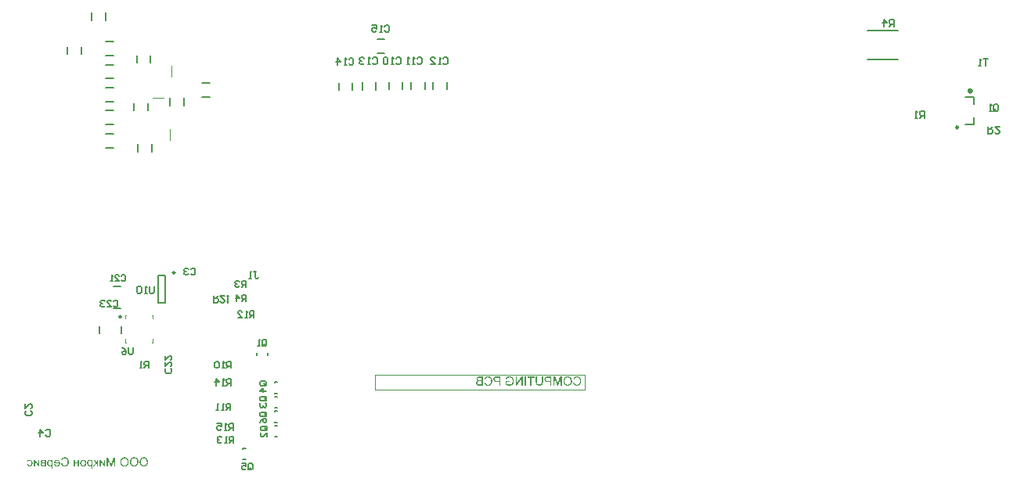
<source format=gbo>
G04 Layer_Color=32896*
%FSLAX25Y25*%
%MOIN*%
G70*
G01*
G75*
%ADD40C,0.00984*%
%ADD42C,0.00787*%
%ADD64C,0.01000*%
%ADD81C,0.02362*%
%ADD83C,0.00394*%
%ADD84C,0.00591*%
%ADD85C,0.00606*%
G36*
X231057Y68110D02*
X230570D01*
Y71122D01*
X228557Y68110D01*
X228033D01*
Y71950D01*
X228520D01*
Y68934D01*
X230537Y71950D01*
X231057D01*
Y68110D01*
D02*
G37*
G36*
X247751D02*
X247260D01*
Y71380D01*
X246154Y68110D01*
X245696D01*
X244573Y71326D01*
Y68110D01*
X244082D01*
Y71950D01*
X244769D01*
X245692Y69279D01*
X245717Y69204D01*
X245742Y69138D01*
X245763Y69071D01*
X245783Y69013D01*
X245800Y68955D01*
X245817Y68905D01*
X245833Y68859D01*
X245846Y68818D01*
X245858Y68784D01*
X245867Y68751D01*
X245875Y68726D01*
X245883Y68701D01*
X245887Y68684D01*
X245892Y68672D01*
X245896Y68668D01*
Y68664D01*
X245908Y68701D01*
X245921Y68743D01*
X245950Y68830D01*
X245979Y68926D01*
X246008Y69017D01*
X246037Y69100D01*
X246050Y69138D01*
X246058Y69167D01*
X246066Y69192D01*
X246075Y69213D01*
X246079Y69225D01*
Y69229D01*
X246990Y71950D01*
X247751D01*
Y68110D01*
D02*
G37*
G36*
X239681Y69733D02*
Y69620D01*
X239672Y69516D01*
X239668Y69416D01*
X239656Y69325D01*
X239648Y69238D01*
X239635Y69159D01*
X239622Y69088D01*
X239606Y69021D01*
X239593Y68963D01*
X239581Y68913D01*
X239568Y68867D01*
X239556Y68834D01*
X239548Y68805D01*
X239539Y68784D01*
X239535Y68772D01*
Y68768D01*
X239506Y68705D01*
X239473Y68643D01*
X239398Y68535D01*
X239319Y68443D01*
X239236Y68368D01*
X239198Y68335D01*
X239165Y68310D01*
X239132Y68285D01*
X239103Y68264D01*
X239082Y68252D01*
X239065Y68239D01*
X239053Y68235D01*
X239049Y68231D01*
X238982Y68198D01*
X238911Y68173D01*
X238766Y68127D01*
X238616Y68094D01*
X238474Y68073D01*
X238412Y68064D01*
X238350Y68056D01*
X238300Y68052D01*
X238254D01*
X238216Y68048D01*
X238162D01*
X238063Y68052D01*
X237967Y68056D01*
X237875Y68069D01*
X237788Y68081D01*
X237709Y68098D01*
X237634Y68114D01*
X237567Y68135D01*
X237509Y68156D01*
X237451Y68173D01*
X237405Y68194D01*
X237364Y68210D01*
X237330Y68227D01*
X237301Y68239D01*
X237285Y68252D01*
X237272Y68256D01*
X237268Y68260D01*
X237206Y68302D01*
X237147Y68343D01*
X237097Y68389D01*
X237048Y68435D01*
X237006Y68480D01*
X236964Y68530D01*
X236931Y68572D01*
X236902Y68618D01*
X236852Y68693D01*
X236835Y68726D01*
X236819Y68755D01*
X236806Y68780D01*
X236798Y68797D01*
X236794Y68809D01*
Y68813D01*
X236769Y68880D01*
X236748Y68951D01*
X236715Y69100D01*
X236694Y69254D01*
X236677Y69400D01*
X236673Y69471D01*
X236669Y69533D01*
X236665Y69587D01*
X236661Y69637D01*
Y69679D01*
Y69708D01*
Y69724D01*
Y69733D01*
Y71950D01*
X237168D01*
Y69733D01*
X237172Y69604D01*
X237176Y69483D01*
X237189Y69375D01*
X237206Y69275D01*
X237222Y69188D01*
X237243Y69109D01*
X237268Y69038D01*
X237289Y68976D01*
X237310Y68922D01*
X237334Y68876D01*
X237355Y68838D01*
X237372Y68809D01*
X237389Y68788D01*
X237397Y68772D01*
X237405Y68763D01*
X237409Y68759D01*
X237459Y68713D01*
X237513Y68676D01*
X237572Y68643D01*
X237634Y68614D01*
X237701Y68589D01*
X237767Y68568D01*
X237896Y68539D01*
X237959Y68526D01*
X238017Y68518D01*
X238071Y68514D01*
X238117Y68510D01*
X238154Y68506D01*
X238208D01*
X238325Y68510D01*
X238433Y68526D01*
X238528Y68547D01*
X238612Y68568D01*
X238645Y68580D01*
X238674Y68593D01*
X238703Y68601D01*
X238724Y68609D01*
X238741Y68618D01*
X238753Y68626D01*
X238761Y68630D01*
X238766D01*
X238845Y68684D01*
X238911Y68743D01*
X238965Y68801D01*
X239007Y68863D01*
X239040Y68913D01*
X239065Y68959D01*
X239073Y68976D01*
X239078Y68988D01*
X239082Y68992D01*
Y68996D01*
X239098Y69042D01*
X239111Y69096D01*
X239136Y69213D01*
X239153Y69333D01*
X239161Y69454D01*
X239165Y69508D01*
X239169Y69562D01*
Y69608D01*
X239173Y69649D01*
Y69687D01*
Y69712D01*
Y69728D01*
Y69733D01*
Y71950D01*
X239681D01*
Y69733D01*
D02*
G37*
G36*
X225491Y72012D02*
X225595Y72008D01*
X225695Y71996D01*
X225786Y71979D01*
X225878Y71962D01*
X225961Y71942D01*
X226040Y71921D01*
X226111Y71900D01*
X226173Y71875D01*
X226232Y71854D01*
X226281Y71833D01*
X226323Y71817D01*
X226356Y71800D01*
X226381Y71788D01*
X226398Y71784D01*
X226402Y71779D01*
X226481Y71734D01*
X226556Y71680D01*
X226627Y71626D01*
X226689Y71567D01*
X226751Y71505D01*
X226806Y71447D01*
X226855Y71388D01*
X226901Y71330D01*
X226939Y71272D01*
X226976Y71222D01*
X227005Y71176D01*
X227030Y71135D01*
X227047Y71101D01*
X227059Y71076D01*
X227068Y71060D01*
X227072Y71056D01*
X227113Y70964D01*
X227147Y70872D01*
X227180Y70781D01*
X227205Y70689D01*
X227246Y70515D01*
X227263Y70432D01*
X227276Y70353D01*
X227284Y70282D01*
X227292Y70215D01*
X227296Y70157D01*
X227301Y70107D01*
X227305Y70065D01*
Y70036D01*
Y70020D01*
Y70011D01*
X227301Y69907D01*
X227296Y69803D01*
X227284Y69708D01*
X227267Y69612D01*
X227251Y69525D01*
X227230Y69437D01*
X227209Y69358D01*
X227188Y69288D01*
X227168Y69221D01*
X227147Y69163D01*
X227126Y69113D01*
X227109Y69067D01*
X227093Y69034D01*
X227080Y69009D01*
X227076Y68992D01*
X227072Y68988D01*
X227026Y68905D01*
X226972Y68826D01*
X226918Y68755D01*
X226864Y68684D01*
X226806Y68622D01*
X226747Y68568D01*
X226689Y68514D01*
X226635Y68468D01*
X226581Y68426D01*
X226531Y68389D01*
X226485Y68360D01*
X226448Y68335D01*
X226419Y68314D01*
X226394Y68302D01*
X226377Y68293D01*
X226373Y68289D01*
X226286Y68248D01*
X226194Y68210D01*
X226107Y68177D01*
X226019Y68152D01*
X225928Y68127D01*
X225845Y68106D01*
X225761Y68089D01*
X225687Y68077D01*
X225616Y68069D01*
X225549Y68060D01*
X225491Y68056D01*
X225441Y68052D01*
X225399Y68048D01*
X225345D01*
X225191Y68056D01*
X225042Y68073D01*
X224904Y68094D01*
X224842Y68110D01*
X224780Y68123D01*
X224726Y68135D01*
X224680Y68152D01*
X224634Y68164D01*
X224601Y68173D01*
X224568Y68185D01*
X224547Y68189D01*
X224534Y68198D01*
X224530D01*
X224380Y68260D01*
X224239Y68331D01*
X224110Y68406D01*
X224047Y68443D01*
X223993Y68476D01*
X223943Y68510D01*
X223898Y68543D01*
X223856Y68568D01*
X223823Y68593D01*
X223794Y68614D01*
X223773Y68630D01*
X223761Y68639D01*
X223756Y68643D01*
Y70070D01*
X225383D01*
Y69616D01*
X224255D01*
Y68897D01*
X224322Y68842D01*
X224397Y68797D01*
X224476Y68751D01*
X224555Y68709D01*
X224626Y68676D01*
X224655Y68659D01*
X224680Y68647D01*
X224705Y68639D01*
X224721Y68630D01*
X224730Y68626D01*
X224734D01*
X224850Y68585D01*
X224967Y68555D01*
X225075Y68530D01*
X225171Y68518D01*
X225217Y68514D01*
X225254Y68510D01*
X225287Y68506D01*
X225316D01*
X225341Y68501D01*
X225375D01*
X225516Y68510D01*
X225649Y68526D01*
X225770Y68555D01*
X225828Y68568D01*
X225878Y68585D01*
X225924Y68601D01*
X225965Y68614D01*
X226003Y68630D01*
X226036Y68643D01*
X226061Y68651D01*
X226078Y68659D01*
X226090Y68668D01*
X226094D01*
X226157Y68701D01*
X226215Y68738D01*
X226315Y68818D01*
X226402Y68905D01*
X226477Y68988D01*
X226531Y69063D01*
X226556Y69096D01*
X226573Y69121D01*
X226589Y69146D01*
X226598Y69163D01*
X226602Y69175D01*
X226606Y69179D01*
X226664Y69317D01*
X226706Y69462D01*
X226739Y69604D01*
X226760Y69741D01*
X226764Y69803D01*
X226772Y69862D01*
X226777Y69912D01*
Y69957D01*
X226781Y69991D01*
Y70020D01*
Y70036D01*
Y70041D01*
X226772Y70194D01*
X226756Y70340D01*
X226735Y70469D01*
X226722Y70531D01*
X226706Y70586D01*
X226693Y70635D01*
X226681Y70681D01*
X226668Y70719D01*
X226656Y70752D01*
X226647Y70781D01*
X226639Y70798D01*
X226635Y70810D01*
Y70814D01*
X226602Y70889D01*
X226564Y70960D01*
X226523Y71026D01*
X226485Y71080D01*
X226452Y71126D01*
X226423Y71164D01*
X226406Y71184D01*
X226398Y71193D01*
X226336Y71255D01*
X226265Y71309D01*
X226198Y71359D01*
X226132Y71401D01*
X226073Y71434D01*
X226028Y71455D01*
X226011Y71463D01*
X225998Y71472D01*
X225990Y71476D01*
X225986D01*
X225886Y71513D01*
X225786Y71538D01*
X225682Y71559D01*
X225591Y71571D01*
X225545Y71576D01*
X225508Y71580D01*
X225470D01*
X225441Y71584D01*
X225383D01*
X225279Y71580D01*
X225179Y71567D01*
X225092Y71551D01*
X225013Y71534D01*
X224950Y71513D01*
X224921Y71505D01*
X224900Y71496D01*
X224884Y71488D01*
X224871Y71484D01*
X224863Y71480D01*
X224859D01*
X224776Y71438D01*
X224701Y71397D01*
X224638Y71351D01*
X224584Y71309D01*
X224547Y71268D01*
X224518Y71239D01*
X224497Y71218D01*
X224493Y71210D01*
X224447Y71143D01*
X224405Y71068D01*
X224368Y70993D01*
X224335Y70918D01*
X224310Y70852D01*
X224301Y70823D01*
X224293Y70802D01*
X224285Y70781D01*
X224281Y70764D01*
X224276Y70756D01*
Y70752D01*
X223815Y70877D01*
X223856Y71014D01*
X223902Y71139D01*
X223927Y71193D01*
X223952Y71247D01*
X223973Y71293D01*
X223998Y71334D01*
X224018Y71376D01*
X224039Y71409D01*
X224060Y71438D01*
X224073Y71463D01*
X224089Y71480D01*
X224097Y71492D01*
X224102Y71501D01*
X224106Y71505D01*
X224185Y71592D01*
X224268Y71667D01*
X224355Y71729D01*
X224443Y71784D01*
X224518Y71825D01*
X224551Y71842D01*
X224580Y71854D01*
X224601Y71867D01*
X224617Y71875D01*
X224630Y71879D01*
X224634D01*
X224763Y71925D01*
X224892Y71958D01*
X225021Y71983D01*
X225137Y72000D01*
X225191Y72004D01*
X225237Y72008D01*
X225279Y72012D01*
X225316Y72017D01*
X225387D01*
X225491Y72012D01*
D02*
G37*
G36*
X254212D02*
X254303Y72008D01*
X254474Y71979D01*
X254557Y71962D01*
X254632Y71942D01*
X254707Y71921D01*
X254773Y71900D01*
X254832Y71879D01*
X254886Y71858D01*
X254936Y71838D01*
X254973Y71821D01*
X255006Y71804D01*
X255027Y71792D01*
X255044Y71788D01*
X255048Y71784D01*
X255123Y71738D01*
X255198Y71688D01*
X255264Y71634D01*
X255327Y71580D01*
X255385Y71522D01*
X255439Y71467D01*
X255485Y71409D01*
X255530Y71359D01*
X255568Y71305D01*
X255601Y71259D01*
X255630Y71218D01*
X255655Y71180D01*
X255672Y71147D01*
X255684Y71126D01*
X255693Y71110D01*
X255697Y71105D01*
X255738Y71022D01*
X255772Y70931D01*
X255801Y70843D01*
X255830Y70756D01*
X255872Y70577D01*
X255884Y70494D01*
X255896Y70415D01*
X255905Y70340D01*
X255913Y70274D01*
X255917Y70211D01*
X255921Y70157D01*
X255926Y70115D01*
Y70082D01*
Y70065D01*
Y70057D01*
X255921Y69957D01*
X255917Y69858D01*
X255892Y69666D01*
X255880Y69575D01*
X255863Y69491D01*
X255842Y69412D01*
X255826Y69337D01*
X255805Y69271D01*
X255788Y69209D01*
X255772Y69159D01*
X255755Y69113D01*
X255743Y69080D01*
X255734Y69050D01*
X255730Y69034D01*
X255726Y69030D01*
X255684Y68942D01*
X255643Y68859D01*
X255597Y68784D01*
X255547Y68713D01*
X255497Y68647D01*
X255451Y68589D01*
X255401Y68535D01*
X255356Y68485D01*
X255310Y68439D01*
X255268Y68401D01*
X255231Y68372D01*
X255198Y68343D01*
X255173Y68322D01*
X255152Y68310D01*
X255139Y68302D01*
X255135Y68297D01*
X255060Y68252D01*
X254981Y68214D01*
X254898Y68181D01*
X254811Y68152D01*
X254728Y68131D01*
X254644Y68110D01*
X254561Y68094D01*
X254482Y68081D01*
X254407Y68069D01*
X254341Y68060D01*
X254278Y68056D01*
X254228Y68052D01*
X254183Y68048D01*
X254124D01*
X254012Y68052D01*
X253908Y68060D01*
X253808Y68077D01*
X253713Y68098D01*
X253621Y68123D01*
X253538Y68152D01*
X253463Y68181D01*
X253392Y68210D01*
X253326Y68239D01*
X253272Y68268D01*
X253222Y68297D01*
X253184Y68322D01*
X253151Y68343D01*
X253130Y68360D01*
X253113Y68368D01*
X253109Y68372D01*
X253034Y68439D01*
X252964Y68510D01*
X252901Y68585D01*
X252843Y68659D01*
X252789Y68738D01*
X252743Y68822D01*
X252702Y68897D01*
X252664Y68976D01*
X252631Y69046D01*
X252606Y69113D01*
X252581Y69175D01*
X252564Y69225D01*
X252548Y69271D01*
X252539Y69300D01*
X252531Y69321D01*
Y69329D01*
X253039Y69458D01*
X253059Y69371D01*
X253088Y69288D01*
X253118Y69209D01*
X253147Y69138D01*
X253180Y69071D01*
X253213Y69013D01*
X253246Y68959D01*
X253280Y68909D01*
X253313Y68867D01*
X253342Y68830D01*
X253371Y68797D01*
X253392Y68772D01*
X253413Y68751D01*
X253430Y68738D01*
X253438Y68730D01*
X253442Y68726D01*
X253500Y68684D01*
X253558Y68647D01*
X253617Y68614D01*
X253679Y68585D01*
X253742Y68560D01*
X253800Y68539D01*
X253916Y68510D01*
X253966Y68501D01*
X254016Y68493D01*
X254058Y68489D01*
X254095Y68485D01*
X254124Y68480D01*
X254166D01*
X254233Y68485D01*
X254295Y68489D01*
X254415Y68510D01*
X254528Y68539D01*
X254624Y68572D01*
X254665Y68589D01*
X254702Y68601D01*
X254736Y68618D01*
X254765Y68630D01*
X254790Y68643D01*
X254806Y68651D01*
X254815Y68659D01*
X254819D01*
X254873Y68697D01*
X254923Y68734D01*
X255014Y68822D01*
X255089Y68909D01*
X255152Y69001D01*
X255198Y69080D01*
X255218Y69113D01*
X255235Y69146D01*
X255243Y69171D01*
X255252Y69188D01*
X255260Y69200D01*
Y69204D01*
X255306Y69346D01*
X255343Y69491D01*
X255368Y69637D01*
X255377Y69704D01*
X255385Y69770D01*
X255389Y69832D01*
X255393Y69887D01*
X255397Y69937D01*
Y69978D01*
X255401Y70016D01*
Y70041D01*
Y70057D01*
Y70061D01*
X255397Y70203D01*
X255385Y70336D01*
X255364Y70461D01*
X255356Y70519D01*
X255343Y70573D01*
X255331Y70619D01*
X255322Y70665D01*
X255310Y70702D01*
X255302Y70735D01*
X255297Y70760D01*
X255289Y70781D01*
X255285Y70793D01*
Y70798D01*
X255231Y70927D01*
X255169Y71039D01*
X255102Y71135D01*
X255065Y71176D01*
X255031Y71218D01*
X254998Y71251D01*
X254969Y71280D01*
X254940Y71309D01*
X254919Y71330D01*
X254898Y71347D01*
X254881Y71359D01*
X254873Y71363D01*
X254869Y71368D01*
X254811Y71405D01*
X254752Y71438D01*
X254690Y71467D01*
X254628Y71492D01*
X254503Y71530D01*
X254382Y71559D01*
X254332Y71567D01*
X254282Y71571D01*
X254237Y71576D01*
X254199Y71580D01*
X254166Y71584D01*
X254054D01*
X253987Y71576D01*
X253862Y71555D01*
X253754Y71522D01*
X253708Y71505D01*
X253662Y71488D01*
X253621Y71472D01*
X253588Y71455D01*
X253558Y71438D01*
X253534Y71422D01*
X253513Y71409D01*
X253500Y71401D01*
X253492Y71397D01*
X253488Y71393D01*
X253442Y71355D01*
X253396Y71314D01*
X253321Y71218D01*
X253251Y71114D01*
X253197Y71014D01*
X253155Y70922D01*
X253134Y70885D01*
X253122Y70852D01*
X253109Y70823D01*
X253105Y70798D01*
X253097Y70785D01*
Y70781D01*
X252598Y70898D01*
X252631Y70993D01*
X252668Y71085D01*
X252706Y71172D01*
X252751Y71251D01*
X252793Y71326D01*
X252839Y71393D01*
X252885Y71455D01*
X252930Y71509D01*
X252976Y71559D01*
X253014Y71601D01*
X253051Y71638D01*
X253084Y71667D01*
X253109Y71692D01*
X253130Y71709D01*
X253142Y71717D01*
X253147Y71721D01*
X253222Y71775D01*
X253301Y71817D01*
X253380Y71858D01*
X253463Y71892D01*
X253546Y71921D01*
X253625Y71946D01*
X253704Y71962D01*
X253779Y71979D01*
X253850Y71992D01*
X253912Y72000D01*
X253970Y72008D01*
X254020Y72012D01*
X254062Y72017D01*
X254116D01*
X254212Y72012D01*
D02*
G37*
G36*
X216372D02*
X216464Y72008D01*
X216634Y71979D01*
X216718Y71962D01*
X216792Y71942D01*
X216867Y71921D01*
X216934Y71900D01*
X216992Y71879D01*
X217046Y71858D01*
X217096Y71838D01*
X217134Y71821D01*
X217167Y71804D01*
X217188Y71792D01*
X217204Y71788D01*
X217209Y71784D01*
X217283Y71738D01*
X217358Y71688D01*
X217425Y71634D01*
X217487Y71580D01*
X217545Y71522D01*
X217600Y71467D01*
X217645Y71409D01*
X217691Y71359D01*
X217728Y71305D01*
X217762Y71259D01*
X217791Y71218D01*
X217816Y71180D01*
X217832Y71147D01*
X217845Y71126D01*
X217853Y71110D01*
X217857Y71105D01*
X217899Y71022D01*
X217932Y70931D01*
X217961Y70843D01*
X217990Y70756D01*
X218032Y70577D01*
X218045Y70494D01*
X218057Y70415D01*
X218065Y70340D01*
X218074Y70274D01*
X218078Y70211D01*
X218082Y70157D01*
X218086Y70115D01*
Y70082D01*
Y70065D01*
Y70057D01*
X218082Y69957D01*
X218078Y69858D01*
X218053Y69666D01*
X218040Y69575D01*
X218024Y69491D01*
X218003Y69412D01*
X217986Y69337D01*
X217966Y69271D01*
X217949Y69209D01*
X217932Y69159D01*
X217916Y69113D01*
X217903Y69080D01*
X217895Y69050D01*
X217891Y69034D01*
X217886Y69030D01*
X217845Y68942D01*
X217803Y68859D01*
X217758Y68784D01*
X217708Y68713D01*
X217658Y68647D01*
X217612Y68589D01*
X217562Y68535D01*
X217516Y68485D01*
X217471Y68439D01*
X217429Y68401D01*
X217391Y68372D01*
X217358Y68343D01*
X217333Y68322D01*
X217313Y68310D01*
X217300Y68302D01*
X217296Y68297D01*
X217221Y68252D01*
X217142Y68214D01*
X217059Y68181D01*
X216971Y68152D01*
X216888Y68131D01*
X216805Y68110D01*
X216722Y68094D01*
X216643Y68081D01*
X216568Y68069D01*
X216501Y68060D01*
X216439Y68056D01*
X216389Y68052D01*
X216343Y68048D01*
X216285D01*
X216173Y68052D01*
X216069Y68060D01*
X215969Y68077D01*
X215873Y68098D01*
X215782Y68123D01*
X215698Y68152D01*
X215623Y68181D01*
X215553Y68210D01*
X215486Y68239D01*
X215432Y68268D01*
X215382Y68297D01*
X215345Y68322D01*
X215312Y68343D01*
X215291Y68360D01*
X215274Y68368D01*
X215270Y68372D01*
X215195Y68439D01*
X215124Y68510D01*
X215062Y68585D01*
X215004Y68659D01*
X214950Y68738D01*
X214904Y68822D01*
X214862Y68897D01*
X214825Y68976D01*
X214791Y69046D01*
X214767Y69113D01*
X214742Y69175D01*
X214725Y69225D01*
X214708Y69271D01*
X214700Y69300D01*
X214692Y69321D01*
Y69329D01*
X215199Y69458D01*
X215220Y69371D01*
X215249Y69288D01*
X215278Y69209D01*
X215307Y69138D01*
X215341Y69071D01*
X215374Y69013D01*
X215407Y68959D01*
X215441Y68909D01*
X215474Y68867D01*
X215503Y68830D01*
X215532Y68797D01*
X215553Y68772D01*
X215574Y68751D01*
X215590Y68738D01*
X215599Y68730D01*
X215603Y68726D01*
X215661Y68684D01*
X215719Y68647D01*
X215777Y68614D01*
X215840Y68585D01*
X215902Y68560D01*
X215961Y68539D01*
X216077Y68510D01*
X216127Y68501D01*
X216177Y68493D01*
X216218Y68489D01*
X216256Y68485D01*
X216285Y68480D01*
X216326D01*
X216393Y68485D01*
X216456Y68489D01*
X216576Y68510D01*
X216688Y68539D01*
X216784Y68572D01*
X216826Y68589D01*
X216863Y68601D01*
X216897Y68618D01*
X216926Y68630D01*
X216950Y68643D01*
X216967Y68651D01*
X216975Y68659D01*
X216980D01*
X217034Y68697D01*
X217084Y68734D01*
X217175Y68822D01*
X217250Y68909D01*
X217313Y69001D01*
X217358Y69080D01*
X217379Y69113D01*
X217396Y69146D01*
X217404Y69171D01*
X217412Y69188D01*
X217421Y69200D01*
Y69204D01*
X217466Y69346D01*
X217504Y69491D01*
X217529Y69637D01*
X217537Y69704D01*
X217545Y69770D01*
X217550Y69832D01*
X217554Y69887D01*
X217558Y69937D01*
Y69978D01*
X217562Y70016D01*
Y70041D01*
Y70057D01*
Y70061D01*
X217558Y70203D01*
X217545Y70336D01*
X217525Y70461D01*
X217516Y70519D01*
X217504Y70573D01*
X217491Y70619D01*
X217483Y70665D01*
X217471Y70702D01*
X217462Y70735D01*
X217458Y70760D01*
X217450Y70781D01*
X217446Y70793D01*
Y70798D01*
X217391Y70927D01*
X217329Y71039D01*
X217263Y71135D01*
X217225Y71176D01*
X217192Y71218D01*
X217159Y71251D01*
X217129Y71280D01*
X217100Y71309D01*
X217079Y71330D01*
X217059Y71347D01*
X217042Y71359D01*
X217034Y71363D01*
X217030Y71368D01*
X216971Y71405D01*
X216913Y71438D01*
X216851Y71467D01*
X216788Y71492D01*
X216664Y71530D01*
X216543Y71559D01*
X216493Y71567D01*
X216443Y71571D01*
X216397Y71576D01*
X216360Y71580D01*
X216326Y71584D01*
X216214D01*
X216148Y71576D01*
X216023Y71555D01*
X215915Y71522D01*
X215869Y71505D01*
X215823Y71488D01*
X215782Y71472D01*
X215748Y71455D01*
X215719Y71438D01*
X215694Y71422D01*
X215673Y71409D01*
X215661Y71401D01*
X215653Y71397D01*
X215649Y71393D01*
X215603Y71355D01*
X215557Y71314D01*
X215482Y71218D01*
X215411Y71114D01*
X215357Y71014D01*
X215316Y70922D01*
X215295Y70885D01*
X215282Y70852D01*
X215270Y70823D01*
X215266Y70798D01*
X215257Y70785D01*
Y70781D01*
X214758Y70898D01*
X214791Y70993D01*
X214829Y71085D01*
X214866Y71172D01*
X214912Y71251D01*
X214954Y71326D01*
X215000Y71393D01*
X215045Y71455D01*
X215091Y71509D01*
X215137Y71559D01*
X215174Y71601D01*
X215212Y71638D01*
X215245Y71667D01*
X215270Y71692D01*
X215291Y71709D01*
X215303Y71717D01*
X215307Y71721D01*
X215382Y71775D01*
X215461Y71817D01*
X215540Y71858D01*
X215623Y71892D01*
X215707Y71921D01*
X215786Y71946D01*
X215865Y71962D01*
X215940Y71979D01*
X216010Y71992D01*
X216073Y72000D01*
X216131Y72008D01*
X216181Y72012D01*
X216223Y72017D01*
X216277D01*
X216372Y72012D01*
D02*
G37*
G36*
X243267Y68110D02*
X242759D01*
Y69670D01*
X241777D01*
X241628Y69674D01*
X241494Y69687D01*
X241370Y69704D01*
X241253Y69724D01*
X241153Y69749D01*
X241058Y69778D01*
X240979Y69808D01*
X240904Y69841D01*
X240841Y69870D01*
X240787Y69899D01*
X240742Y69928D01*
X240708Y69953D01*
X240679Y69978D01*
X240663Y69995D01*
X240650Y70003D01*
X240646Y70007D01*
X240592Y70074D01*
X240542Y70140D01*
X240500Y70211D01*
X240467Y70282D01*
X240434Y70353D01*
X240409Y70419D01*
X240388Y70486D01*
X240371Y70548D01*
X240359Y70610D01*
X240351Y70665D01*
X240342Y70710D01*
X240338Y70752D01*
X240334Y70789D01*
Y70814D01*
Y70831D01*
Y70835D01*
X240338Y70939D01*
X240351Y71039D01*
X240371Y71126D01*
X240392Y71205D01*
X240417Y71268D01*
X240425Y71297D01*
X240434Y71318D01*
X240442Y71334D01*
X240450Y71347D01*
X240455Y71355D01*
Y71359D01*
X240500Y71447D01*
X240550Y71517D01*
X240604Y71584D01*
X240650Y71634D01*
X240696Y71675D01*
X240729Y71705D01*
X240754Y71725D01*
X240758Y71729D01*
X240762D01*
X240837Y71775D01*
X240916Y71813D01*
X240995Y71846D01*
X241070Y71871D01*
X241137Y71892D01*
X241166Y71896D01*
X241191Y71904D01*
X241208Y71908D01*
X241224D01*
X241232Y71912D01*
X241237D01*
X241274Y71921D01*
X241320Y71925D01*
X241411Y71933D01*
X241507Y71942D01*
X241603Y71946D01*
X241686Y71950D01*
X243267D01*
Y68110D01*
D02*
G37*
G36*
X236103Y71496D02*
X234839D01*
Y68110D01*
X234331D01*
Y71496D01*
X233066D01*
Y71950D01*
X236103D01*
Y71496D01*
D02*
G37*
G36*
X232455Y68110D02*
X231947D01*
Y71950D01*
X232455D01*
Y68110D01*
D02*
G37*
G36*
X221518D02*
X221011D01*
Y69670D01*
X220029D01*
X219879Y69674D01*
X219746Y69687D01*
X219621Y69704D01*
X219505Y69724D01*
X219405Y69749D01*
X219309Y69778D01*
X219230Y69808D01*
X219155Y69841D01*
X219093Y69870D01*
X219039Y69899D01*
X218993Y69928D01*
X218960Y69953D01*
X218931Y69978D01*
X218914Y69995D01*
X218902Y70003D01*
X218897Y70007D01*
X218843Y70074D01*
X218793Y70140D01*
X218752Y70211D01*
X218719Y70282D01*
X218685Y70353D01*
X218660Y70419D01*
X218639Y70486D01*
X218623Y70548D01*
X218610Y70610D01*
X218602Y70665D01*
X218594Y70710D01*
X218590Y70752D01*
X218585Y70789D01*
Y70814D01*
Y70831D01*
Y70835D01*
X218590Y70939D01*
X218602Y71039D01*
X218623Y71126D01*
X218644Y71205D01*
X218669Y71268D01*
X218677Y71297D01*
X218685Y71318D01*
X218694Y71334D01*
X218702Y71347D01*
X218706Y71355D01*
Y71359D01*
X218752Y71447D01*
X218802Y71517D01*
X218856Y71584D01*
X218902Y71634D01*
X218947Y71675D01*
X218981Y71705D01*
X219006Y71725D01*
X219010Y71729D01*
X219014D01*
X219089Y71775D01*
X219168Y71813D01*
X219247Y71846D01*
X219322Y71871D01*
X219388Y71892D01*
X219417Y71896D01*
X219442Y71904D01*
X219459Y71908D01*
X219476D01*
X219484Y71912D01*
X219488D01*
X219526Y71921D01*
X219571Y71925D01*
X219663Y71933D01*
X219759Y71942D01*
X219854Y71946D01*
X219937Y71950D01*
X221518D01*
Y68110D01*
D02*
G37*
G36*
X214089D02*
X212628D01*
X212495Y68114D01*
X212374Y68119D01*
X212270Y68131D01*
X212221Y68135D01*
X212179Y68144D01*
X212142Y68148D01*
X212108Y68152D01*
X212079Y68160D01*
X212054Y68164D01*
X212033Y68168D01*
X212021D01*
X212013Y68173D01*
X212009D01*
X211917Y68198D01*
X211834Y68227D01*
X211763Y68260D01*
X211705Y68289D01*
X211655Y68318D01*
X211617Y68339D01*
X211597Y68356D01*
X211588Y68360D01*
X211526Y68414D01*
X211472Y68472D01*
X211422Y68530D01*
X211385Y68589D01*
X211351Y68639D01*
X211326Y68680D01*
X211318Y68697D01*
X211310Y68709D01*
X211305Y68713D01*
Y68718D01*
X211268Y68805D01*
X211239Y68897D01*
X211218Y68980D01*
X211201Y69059D01*
X211193Y69125D01*
Y69150D01*
X211189Y69175D01*
Y69196D01*
Y69209D01*
Y69217D01*
Y69221D01*
Y69283D01*
X211197Y69342D01*
X211218Y69454D01*
X211251Y69554D01*
X211285Y69637D01*
X211301Y69674D01*
X211318Y69708D01*
X211334Y69737D01*
X211351Y69762D01*
X211364Y69778D01*
X211372Y69791D01*
X211376Y69799D01*
X211380Y69803D01*
X211455Y69891D01*
X211543Y69962D01*
X211630Y70024D01*
X211717Y70070D01*
X211792Y70107D01*
X211825Y70120D01*
X211855Y70132D01*
X211879Y70140D01*
X211896Y70149D01*
X211909Y70153D01*
X211913D01*
X211817Y70207D01*
X211738Y70265D01*
X211667Y70323D01*
X211613Y70377D01*
X211567Y70427D01*
X211538Y70465D01*
X211526Y70481D01*
X211518Y70494D01*
X211513Y70498D01*
Y70502D01*
X211468Y70586D01*
X211434Y70665D01*
X211409Y70744D01*
X211393Y70814D01*
X211385Y70877D01*
X211376Y70922D01*
Y70939D01*
Y70952D01*
Y70960D01*
Y70964D01*
X211385Y71064D01*
X211401Y71155D01*
X211426Y71243D01*
X211451Y71318D01*
X211480Y71380D01*
X211493Y71409D01*
X211505Y71430D01*
X211518Y71447D01*
X211522Y71459D01*
X211530Y71467D01*
Y71472D01*
X211593Y71555D01*
X211659Y71630D01*
X211726Y71692D01*
X211792Y71742D01*
X211855Y71779D01*
X211900Y71808D01*
X211921Y71817D01*
X211934Y71825D01*
X211942Y71829D01*
X211946D01*
X212054Y71871D01*
X212167Y71900D01*
X212287Y71921D01*
X212395Y71933D01*
X212449Y71942D01*
X212495Y71946D01*
X212541D01*
X212578Y71950D01*
X214089D01*
Y68110D01*
D02*
G37*
G36*
X250372Y72012D02*
X250513Y71992D01*
X250646Y71967D01*
X250771Y71933D01*
X250892Y71892D01*
X251000Y71846D01*
X251100Y71796D01*
X251191Y71746D01*
X251275Y71696D01*
X251345Y71646D01*
X251404Y71601D01*
X251458Y71559D01*
X251495Y71526D01*
X251524Y71501D01*
X251545Y71480D01*
X251549Y71476D01*
X251641Y71372D01*
X251720Y71255D01*
X251786Y71139D01*
X251845Y71014D01*
X251894Y70889D01*
X251936Y70764D01*
X251969Y70644D01*
X251998Y70523D01*
X252019Y70411D01*
X252032Y70311D01*
X252044Y70215D01*
X252053Y70136D01*
X252057Y70070D01*
Y70045D01*
X252061Y70020D01*
Y70003D01*
Y69991D01*
Y69982D01*
Y69978D01*
X252057Y69887D01*
X252053Y69791D01*
X252028Y69616D01*
X252011Y69533D01*
X251994Y69454D01*
X251974Y69379D01*
X251953Y69313D01*
X251932Y69246D01*
X251911Y69192D01*
X251894Y69142D01*
X251878Y69100D01*
X251865Y69067D01*
X251853Y69042D01*
X251849Y69025D01*
X251845Y69021D01*
X251799Y68938D01*
X251753Y68859D01*
X251703Y68788D01*
X251649Y68718D01*
X251595Y68655D01*
X251541Y68597D01*
X251491Y68543D01*
X251437Y68493D01*
X251387Y68451D01*
X251341Y68414D01*
X251300Y68381D01*
X251266Y68356D01*
X251237Y68335D01*
X251212Y68318D01*
X251200Y68310D01*
X251196Y68306D01*
X251113Y68260D01*
X251029Y68223D01*
X250946Y68185D01*
X250863Y68156D01*
X250780Y68131D01*
X250701Y68110D01*
X250622Y68094D01*
X250551Y68081D01*
X250480Y68069D01*
X250422Y68060D01*
X250364Y68056D01*
X250318Y68052D01*
X250280Y68048D01*
X250226D01*
X250135Y68052D01*
X250043Y68056D01*
X249869Y68085D01*
X249790Y68102D01*
X249710Y68123D01*
X249640Y68144D01*
X249573Y68164D01*
X249511Y68185D01*
X249457Y68206D01*
X249411Y68227D01*
X249369Y68243D01*
X249336Y68260D01*
X249315Y68273D01*
X249299Y68277D01*
X249294Y68281D01*
X249216Y68327D01*
X249141Y68381D01*
X249070Y68435D01*
X249008Y68489D01*
X248949Y68547D01*
X248891Y68605D01*
X248841Y68664D01*
X248795Y68718D01*
X248758Y68772D01*
X248721Y68822D01*
X248691Y68867D01*
X248666Y68905D01*
X248650Y68934D01*
X248637Y68959D01*
X248629Y68976D01*
X248625Y68980D01*
X248583Y69067D01*
X248546Y69159D01*
X248517Y69246D01*
X248487Y69337D01*
X248463Y69425D01*
X248446Y69512D01*
X248429Y69595D01*
X248417Y69674D01*
X248409Y69749D01*
X248400Y69816D01*
X248396Y69874D01*
X248392Y69924D01*
X248388Y69966D01*
Y69999D01*
Y70016D01*
Y70024D01*
X248392Y70132D01*
X248396Y70232D01*
X248409Y70332D01*
X248421Y70427D01*
X248438Y70515D01*
X248458Y70602D01*
X248479Y70681D01*
X248500Y70752D01*
X248521Y70818D01*
X248542Y70877D01*
X248558Y70931D01*
X248579Y70972D01*
X248591Y71006D01*
X248604Y71031D01*
X248608Y71047D01*
X248612Y71051D01*
X248658Y71135D01*
X248704Y71214D01*
X248758Y71289D01*
X248808Y71355D01*
X248862Y71417D01*
X248916Y71476D01*
X248970Y71530D01*
X249024Y71580D01*
X249074Y71621D01*
X249120Y71659D01*
X249157Y71692D01*
X249195Y71717D01*
X249224Y71738D01*
X249245Y71750D01*
X249261Y71759D01*
X249265Y71763D01*
X249349Y71808D01*
X249428Y71846D01*
X249511Y71879D01*
X249594Y71908D01*
X249677Y71933D01*
X249756Y71954D01*
X249831Y71971D01*
X249906Y71983D01*
X249973Y71996D01*
X250031Y72004D01*
X250085Y72008D01*
X250135Y72012D01*
X250172Y72017D01*
X250222D01*
X250372Y72012D01*
D02*
G37*
G36*
X42105Y33711D02*
X41642D01*
Y34928D01*
X40354D01*
Y33711D01*
X39891D01*
Y36454D01*
X40354D01*
Y35310D01*
X41642D01*
Y36454D01*
X42105D01*
Y33711D01*
D02*
G37*
G36*
X50305D02*
X49841D01*
Y34978D01*
X49784Y34973D01*
X49735Y34965D01*
X49690Y34953D01*
X49649Y34937D01*
X49620Y34920D01*
X49595Y34908D01*
X49579Y34900D01*
X49575Y34896D01*
X49554Y34879D01*
X49530Y34859D01*
X49485Y34809D01*
X49440Y34752D01*
X49399Y34695D01*
X49362Y34641D01*
X49333Y34596D01*
X49325Y34580D01*
X49317Y34568D01*
X49308Y34559D01*
Y34555D01*
X48808Y33711D01*
X48296D01*
X48808Y34559D01*
X48862Y34646D01*
X48915Y34719D01*
X48968Y34789D01*
X49022Y34846D01*
X49071Y34900D01*
X49120Y34945D01*
X49165Y34986D01*
X49210Y35019D01*
X49247Y35043D01*
X49284Y35068D01*
X49317Y35084D01*
X49341Y35096D01*
X49366Y35105D01*
X49382Y35113D01*
X49391Y35117D01*
X49395D01*
X49333Y35150D01*
X49276Y35183D01*
X49231Y35215D01*
X49194Y35244D01*
X49165Y35269D01*
X49145Y35289D01*
X49132Y35302D01*
X49128Y35306D01*
X49095Y35351D01*
X49058Y35408D01*
X49026Y35470D01*
X48997Y35531D01*
X48968Y35588D01*
X48948Y35634D01*
X48944Y35654D01*
X48935Y35666D01*
X48931Y35675D01*
Y35679D01*
X48911Y35728D01*
X48890Y35773D01*
X48874Y35814D01*
X48858Y35851D01*
X48841Y35880D01*
X48829Y35908D01*
X48804Y35953D01*
X48788Y35982D01*
X48776Y36003D01*
X48767Y36011D01*
X48763Y36015D01*
X48739Y36035D01*
X48706Y36048D01*
X48669Y36060D01*
X48628Y36064D01*
X48591Y36068D01*
X48558Y36072D01*
X48529D01*
X48398Y36068D01*
Y36454D01*
X48579D01*
X48652Y36450D01*
X48714Y36441D01*
X48763Y36437D01*
X48800Y36429D01*
X48829Y36421D01*
X48845Y36417D01*
X48849D01*
X48890Y36400D01*
X48927Y36380D01*
X48960Y36355D01*
X48989Y36335D01*
X49013Y36310D01*
X49030Y36294D01*
X49042Y36281D01*
X49046Y36277D01*
X49062Y36257D01*
X49079Y36228D01*
X49116Y36167D01*
X49157Y36097D01*
X49190Y36023D01*
X49222Y35958D01*
X49235Y35925D01*
X49247Y35900D01*
X49259Y35880D01*
X49263Y35863D01*
X49272Y35851D01*
Y35847D01*
X49304Y35773D01*
X49333Y35707D01*
X49358Y35650D01*
X49386Y35597D01*
X49407Y35552D01*
X49431Y35511D01*
X49448Y35474D01*
X49468Y35445D01*
X49485Y35420D01*
X49497Y35400D01*
X49509Y35383D01*
X49518Y35371D01*
X49530Y35355D01*
X49534Y35351D01*
X49571Y35322D01*
X49620Y35302D01*
X49669Y35289D01*
X49718Y35281D01*
X49768Y35273D01*
X49805Y35269D01*
X49841D01*
Y36454D01*
X50305D01*
Y33711D01*
D02*
G37*
G36*
X53253D02*
X52757D01*
X51465Y35789D01*
Y33711D01*
X51002D01*
Y36454D01*
X51498D01*
X52789Y34359D01*
Y36454D01*
X53253D01*
Y33711D01*
D02*
G37*
G36*
X25217D02*
X24721D01*
X23429Y35789D01*
Y33711D01*
X22966D01*
Y36454D01*
X23462D01*
X24754Y34359D01*
Y36454D01*
X25217D01*
Y33711D01*
D02*
G37*
G36*
X57615D02*
X57131D01*
Y36933D01*
X56041Y33711D01*
X55590D01*
X54483Y36880D01*
Y33711D01*
X53999D01*
Y37495D01*
X54675D01*
X55586Y34863D01*
X55610Y34789D01*
X55635Y34723D01*
X55655Y34658D01*
X55676Y34600D01*
X55692Y34543D01*
X55709Y34494D01*
X55725Y34449D01*
X55737Y34408D01*
X55750Y34375D01*
X55758Y34342D01*
X55766Y34317D01*
X55774Y34293D01*
X55778Y34277D01*
X55782Y34264D01*
X55787Y34260D01*
Y34256D01*
X55799Y34293D01*
X55811Y34334D01*
X55840Y34420D01*
X55869Y34514D01*
X55897Y34604D01*
X55926Y34686D01*
X55938Y34723D01*
X55946Y34752D01*
X55955Y34777D01*
X55963Y34797D01*
X55967Y34809D01*
Y34814D01*
X56865Y37495D01*
X57615D01*
Y33711D01*
D02*
G37*
G36*
X36119Y37556D02*
X36209Y37552D01*
X36377Y37524D01*
X36459Y37507D01*
X36533Y37487D01*
X36607Y37466D01*
X36672Y37446D01*
X36730Y37425D01*
X36783Y37405D01*
X36832Y37384D01*
X36869Y37368D01*
X36902Y37352D01*
X36922Y37339D01*
X36939Y37335D01*
X36943Y37331D01*
X37017Y37286D01*
X37091Y37237D01*
X37156Y37183D01*
X37218Y37130D01*
X37275Y37073D01*
X37328Y37019D01*
X37373Y36962D01*
X37418Y36913D01*
X37455Y36860D01*
X37488Y36814D01*
X37517Y36773D01*
X37541Y36737D01*
X37558Y36704D01*
X37570Y36683D01*
X37578Y36667D01*
X37582Y36663D01*
X37624Y36581D01*
X37656Y36490D01*
X37685Y36404D01*
X37714Y36318D01*
X37755Y36142D01*
X37767Y36060D01*
X37779Y35982D01*
X37788Y35908D01*
X37796Y35843D01*
X37800Y35781D01*
X37804Y35728D01*
X37808Y35687D01*
Y35654D01*
Y35638D01*
Y35629D01*
X37804Y35531D01*
X37800Y35433D01*
X37775Y35244D01*
X37763Y35154D01*
X37747Y35072D01*
X37726Y34994D01*
X37710Y34920D01*
X37689Y34855D01*
X37673Y34793D01*
X37656Y34744D01*
X37640Y34699D01*
X37628Y34666D01*
X37619Y34637D01*
X37615Y34621D01*
X37611Y34617D01*
X37570Y34531D01*
X37529Y34449D01*
X37484Y34375D01*
X37435Y34305D01*
X37386Y34240D01*
X37341Y34182D01*
X37291Y34129D01*
X37246Y34080D01*
X37201Y34035D01*
X37160Y33998D01*
X37123Y33969D01*
X37091Y33940D01*
X37066Y33920D01*
X37045Y33907D01*
X37033Y33899D01*
X37029Y33895D01*
X36955Y33850D01*
X36877Y33813D01*
X36795Y33780D01*
X36709Y33752D01*
X36627Y33731D01*
X36545Y33711D01*
X36463Y33694D01*
X36385Y33682D01*
X36312Y33670D01*
X36246Y33661D01*
X36184Y33657D01*
X36135Y33653D01*
X36090Y33649D01*
X36033D01*
X35922Y33653D01*
X35820Y33661D01*
X35721Y33678D01*
X35627Y33698D01*
X35537Y33723D01*
X35455Y33752D01*
X35381Y33780D01*
X35311Y33809D01*
X35245Y33838D01*
X35192Y33867D01*
X35143Y33895D01*
X35106Y33920D01*
X35073Y33940D01*
X35053Y33957D01*
X35036Y33965D01*
X35032Y33969D01*
X34958Y34035D01*
X34889Y34104D01*
X34827Y34178D01*
X34770Y34252D01*
X34717Y34330D01*
X34672Y34412D01*
X34631Y34486D01*
X34594Y34563D01*
X34561Y34633D01*
X34536Y34699D01*
X34512Y34760D01*
X34495Y34809D01*
X34479Y34855D01*
X34471Y34883D01*
X34462Y34904D01*
Y34912D01*
X34963Y35039D01*
X34983Y34953D01*
X35012Y34871D01*
X35041Y34793D01*
X35069Y34723D01*
X35102Y34658D01*
X35135Y34600D01*
X35168Y34547D01*
X35200Y34498D01*
X35233Y34457D01*
X35262Y34420D01*
X35291Y34387D01*
X35311Y34363D01*
X35332Y34342D01*
X35348Y34330D01*
X35356Y34322D01*
X35360Y34317D01*
X35418Y34277D01*
X35475Y34240D01*
X35533Y34207D01*
X35594Y34178D01*
X35656Y34154D01*
X35713Y34133D01*
X35828Y34104D01*
X35877Y34096D01*
X35926Y34088D01*
X35967Y34084D01*
X36004Y34080D01*
X36033Y34076D01*
X36074D01*
X36139Y34080D01*
X36201Y34084D01*
X36320Y34104D01*
X36430Y34133D01*
X36525Y34166D01*
X36566Y34182D01*
X36603Y34194D01*
X36635Y34211D01*
X36664Y34223D01*
X36689Y34236D01*
X36705Y34244D01*
X36713Y34252D01*
X36717D01*
X36771Y34289D01*
X36820Y34326D01*
X36910Y34412D01*
X36984Y34498D01*
X37045Y34588D01*
X37091Y34666D01*
X37111Y34699D01*
X37127Y34732D01*
X37136Y34756D01*
X37144Y34773D01*
X37152Y34785D01*
Y34789D01*
X37197Y34928D01*
X37234Y35072D01*
X37259Y35215D01*
X37267Y35281D01*
X37275Y35347D01*
X37279Y35408D01*
X37283Y35461D01*
X37287Y35511D01*
Y35552D01*
X37291Y35588D01*
Y35613D01*
Y35629D01*
Y35634D01*
X37287Y35773D01*
X37275Y35904D01*
X37255Y36027D01*
X37246Y36085D01*
X37234Y36138D01*
X37222Y36183D01*
X37214Y36228D01*
X37201Y36265D01*
X37193Y36298D01*
X37189Y36322D01*
X37181Y36343D01*
X37177Y36355D01*
Y36359D01*
X37123Y36486D01*
X37062Y36597D01*
X36996Y36691D01*
X36959Y36732D01*
X36926Y36773D01*
X36894Y36806D01*
X36865Y36835D01*
X36836Y36864D01*
X36816Y36884D01*
X36795Y36900D01*
X36779Y36913D01*
X36771Y36917D01*
X36767Y36921D01*
X36709Y36958D01*
X36652Y36991D01*
X36590Y37019D01*
X36529Y37044D01*
X36406Y37081D01*
X36287Y37110D01*
X36238Y37118D01*
X36189Y37122D01*
X36143Y37126D01*
X36107Y37130D01*
X36074Y37134D01*
X35963D01*
X35897Y37126D01*
X35774Y37106D01*
X35668Y37073D01*
X35623Y37056D01*
X35578Y37040D01*
X35537Y37023D01*
X35504Y37007D01*
X35475Y36991D01*
X35451Y36974D01*
X35430Y36962D01*
X35418Y36954D01*
X35410Y36950D01*
X35405Y36946D01*
X35360Y36909D01*
X35315Y36868D01*
X35241Y36773D01*
X35172Y36671D01*
X35118Y36573D01*
X35077Y36482D01*
X35057Y36445D01*
X35045Y36413D01*
X35032Y36384D01*
X35028Y36359D01*
X35020Y36347D01*
Y36343D01*
X34528Y36458D01*
X34561Y36552D01*
X34598Y36642D01*
X34635Y36728D01*
X34680Y36806D01*
X34721Y36880D01*
X34766Y36946D01*
X34811Y37007D01*
X34856Y37060D01*
X34901Y37110D01*
X34938Y37151D01*
X34975Y37187D01*
X35008Y37216D01*
X35032Y37241D01*
X35053Y37257D01*
X35065Y37265D01*
X35069Y37269D01*
X35143Y37323D01*
X35221Y37364D01*
X35299Y37405D01*
X35381Y37438D01*
X35463Y37466D01*
X35541Y37491D01*
X35619Y37507D01*
X35692Y37524D01*
X35762Y37536D01*
X35824Y37544D01*
X35881Y37552D01*
X35930Y37556D01*
X35971Y37561D01*
X36024D01*
X36119Y37556D01*
D02*
G37*
G36*
X32884Y36511D02*
X32986Y36499D01*
X33077Y36478D01*
X33167Y36454D01*
X33249Y36425D01*
X33327Y36392D01*
X33396Y36359D01*
X33458Y36322D01*
X33515Y36285D01*
X33564Y36253D01*
X33610Y36220D01*
X33642Y36191D01*
X33671Y36167D01*
X33692Y36146D01*
X33704Y36134D01*
X33708Y36130D01*
X33770Y36056D01*
X33823Y35974D01*
X33872Y35888D01*
X33913Y35802D01*
X33946Y35712D01*
X33974Y35621D01*
X33999Y35535D01*
X34016Y35449D01*
X34032Y35371D01*
X34040Y35293D01*
X34048Y35228D01*
X34056Y35170D01*
Y35121D01*
X34061Y35084D01*
Y35064D01*
Y35056D01*
X34056Y34933D01*
X34044Y34818D01*
X34028Y34711D01*
X34007Y34613D01*
X33979Y34518D01*
X33950Y34432D01*
X33917Y34354D01*
X33884Y34285D01*
X33856Y34223D01*
X33823Y34170D01*
X33794Y34125D01*
X33765Y34088D01*
X33745Y34055D01*
X33729Y34035D01*
X33716Y34022D01*
X33712Y34018D01*
X33642Y33953D01*
X33569Y33895D01*
X33495Y33846D01*
X33413Y33805D01*
X33335Y33768D01*
X33253Y33739D01*
X33175Y33715D01*
X33101Y33694D01*
X33031Y33682D01*
X32966Y33670D01*
X32908Y33661D01*
X32855Y33653D01*
X32814D01*
X32781Y33649D01*
X32757D01*
X32671Y33653D01*
X32585Y33657D01*
X32507Y33670D01*
X32433Y33686D01*
X32363Y33702D01*
X32302Y33723D01*
X32240Y33744D01*
X32187Y33764D01*
X32138Y33784D01*
X32097Y33805D01*
X32060Y33825D01*
X32027Y33842D01*
X32006Y33858D01*
X31986Y33871D01*
X31978Y33875D01*
X31974Y33879D01*
X31916Y33924D01*
X31867Y33973D01*
X31822Y34026D01*
X31777Y34080D01*
X31703Y34190D01*
X31646Y34293D01*
X31625Y34342D01*
X31605Y34387D01*
X31588Y34428D01*
X31576Y34465D01*
X31564Y34494D01*
X31556Y34514D01*
X31551Y34531D01*
Y34535D01*
X32035Y34596D01*
X32076Y34494D01*
X32125Y34404D01*
X32175Y34326D01*
X32220Y34268D01*
X32261Y34219D01*
X32293Y34186D01*
X32314Y34170D01*
X32318Y34162D01*
X32322D01*
X32392Y34117D01*
X32466Y34088D01*
X32539Y34063D01*
X32605Y34047D01*
X32667Y34039D01*
X32716Y34035D01*
X32732Y34031D01*
X32757D01*
X32818Y34035D01*
X32880Y34043D01*
X32937Y34051D01*
X32991Y34067D01*
X33089Y34104D01*
X33171Y34149D01*
X33208Y34170D01*
X33241Y34194D01*
X33265Y34215D01*
X33290Y34231D01*
X33306Y34248D01*
X33318Y34260D01*
X33327Y34264D01*
X33331Y34268D01*
X33372Y34317D01*
X33409Y34367D01*
X33437Y34424D01*
X33466Y34477D01*
X33511Y34596D01*
X33544Y34707D01*
X33556Y34760D01*
X33564Y34809D01*
X33573Y34850D01*
X33577Y34892D01*
X33581Y34920D01*
X33585Y34945D01*
Y34961D01*
Y34965D01*
X31539D01*
X31535Y35019D01*
Y35060D01*
Y35080D01*
Y35088D01*
X31539Y35211D01*
X31551Y35326D01*
X31568Y35437D01*
X31588Y35539D01*
X31617Y35634D01*
X31646Y35720D01*
X31679Y35798D01*
X31707Y35867D01*
X31740Y35929D01*
X31773Y35986D01*
X31802Y36031D01*
X31830Y36068D01*
X31851Y36101D01*
X31867Y36121D01*
X31879Y36134D01*
X31883Y36138D01*
X31949Y36204D01*
X32023Y36261D01*
X32097Y36314D01*
X32171Y36355D01*
X32244Y36392D01*
X32322Y36425D01*
X32392Y36450D01*
X32462Y36470D01*
X32527Y36482D01*
X32589Y36495D01*
X32642Y36503D01*
X32691Y36511D01*
X32728D01*
X32757Y36515D01*
X32781D01*
X32884Y36511D01*
D02*
G37*
G36*
X21285Y36507D02*
X21408Y36490D01*
X21519Y36462D01*
X21568Y36445D01*
X21617Y36433D01*
X21658Y36417D01*
X21695Y36400D01*
X21728Y36388D01*
X21757Y36372D01*
X21781Y36363D01*
X21798Y36355D01*
X21806Y36347D01*
X21810D01*
X21916Y36277D01*
X22007Y36199D01*
X22084Y36113D01*
X22146Y36035D01*
X22195Y35962D01*
X22212Y35929D01*
X22228Y35900D01*
X22240Y35880D01*
X22249Y35863D01*
X22257Y35851D01*
Y35847D01*
X22306Y35720D01*
X22339Y35584D01*
X22363Y35453D01*
X22384Y35334D01*
X22388Y35277D01*
X22392Y35228D01*
X22396Y35183D01*
Y35142D01*
X22400Y35113D01*
Y35088D01*
Y35072D01*
Y35068D01*
X22396Y34945D01*
X22384Y34826D01*
X22367Y34715D01*
X22347Y34613D01*
X22322Y34518D01*
X22294Y34432D01*
X22261Y34354D01*
X22228Y34285D01*
X22199Y34223D01*
X22166Y34166D01*
X22138Y34121D01*
X22113Y34084D01*
X22093Y34051D01*
X22076Y34031D01*
X22064Y34018D01*
X22060Y34014D01*
X21994Y33948D01*
X21925Y33895D01*
X21851Y33846D01*
X21777Y33805D01*
X21699Y33768D01*
X21625Y33739D01*
X21552Y33715D01*
X21482Y33694D01*
X21416Y33678D01*
X21355Y33670D01*
X21297Y33661D01*
X21252Y33653D01*
X21211D01*
X21182Y33649D01*
X21158D01*
X21076Y33653D01*
X20998Y33661D01*
X20924Y33674D01*
X20850Y33690D01*
X20785Y33711D01*
X20723Y33735D01*
X20666Y33756D01*
X20613Y33784D01*
X20568Y33809D01*
X20522Y33830D01*
X20490Y33854D01*
X20457Y33875D01*
X20436Y33891D01*
X20416Y33903D01*
X20408Y33912D01*
X20403Y33916D01*
X20350Y33969D01*
X20297Y34022D01*
X20252Y34084D01*
X20215Y34145D01*
X20178Y34207D01*
X20145Y34268D01*
X20096Y34383D01*
X20076Y34440D01*
X20059Y34490D01*
X20047Y34535D01*
X20034Y34576D01*
X20026Y34609D01*
X20022Y34633D01*
X20018Y34650D01*
Y34654D01*
X20473Y34715D01*
X20485Y34650D01*
X20498Y34592D01*
X20514Y34535D01*
X20531Y34486D01*
X20551Y34436D01*
X20568Y34395D01*
X20588Y34359D01*
X20608Y34322D01*
X20629Y34293D01*
X20645Y34268D01*
X20678Y34227D01*
X20699Y34203D01*
X20703Y34199D01*
X20707Y34194D01*
X20781Y34141D01*
X20854Y34100D01*
X20932Y34071D01*
X21002Y34051D01*
X21068Y34039D01*
X21092Y34035D01*
X21117D01*
X21137Y34031D01*
X21162D01*
X21224Y34035D01*
X21285Y34043D01*
X21338Y34055D01*
X21392Y34071D01*
X21486Y34108D01*
X21568Y34158D01*
X21601Y34178D01*
X21629Y34203D01*
X21654Y34223D01*
X21679Y34244D01*
X21695Y34256D01*
X21707Y34268D01*
X21711Y34277D01*
X21715Y34281D01*
X21752Y34330D01*
X21785Y34387D01*
X21814Y34449D01*
X21834Y34510D01*
X21875Y34646D01*
X21900Y34777D01*
X21908Y34838D01*
X21912Y34896D01*
X21916Y34949D01*
X21921Y34994D01*
X21925Y35031D01*
Y35060D01*
Y35080D01*
Y35084D01*
X21921Y35183D01*
X21916Y35277D01*
X21904Y35359D01*
X21892Y35437D01*
X21875Y35511D01*
X21855Y35576D01*
X21834Y35634D01*
X21814Y35687D01*
X21798Y35732D01*
X21777Y35773D01*
X21757Y35806D01*
X21740Y35830D01*
X21728Y35855D01*
X21715Y35867D01*
X21711Y35875D01*
X21707Y35880D01*
X21666Y35925D01*
X21621Y35962D01*
X21572Y35998D01*
X21527Y36027D01*
X21478Y36052D01*
X21433Y36072D01*
X21342Y36101D01*
X21260Y36121D01*
X21228Y36126D01*
X21195Y36130D01*
X21170Y36134D01*
X21137D01*
X21055Y36130D01*
X20978Y36113D01*
X20912Y36089D01*
X20854Y36064D01*
X20809Y36035D01*
X20773Y36015D01*
X20752Y35998D01*
X20744Y35990D01*
X20686Y35933D01*
X20637Y35867D01*
X20600Y35798D01*
X20568Y35732D01*
X20543Y35671D01*
X20527Y35621D01*
X20522Y35601D01*
X20518Y35588D01*
X20514Y35580D01*
Y35576D01*
X20063Y35646D01*
X20080Y35720D01*
X20104Y35794D01*
X20129Y35859D01*
X20153Y35921D01*
X20182Y35978D01*
X20215Y36031D01*
X20244Y36076D01*
X20276Y36121D01*
X20305Y36158D01*
X20334Y36191D01*
X20358Y36220D01*
X20383Y36244D01*
X20399Y36261D01*
X20416Y36273D01*
X20424Y36281D01*
X20428Y36285D01*
X20481Y36327D01*
X20539Y36363D01*
X20600Y36392D01*
X20662Y36417D01*
X20785Y36458D01*
X20900Y36486D01*
X20953Y36495D01*
X21002Y36503D01*
X21047Y36507D01*
X21084Y36511D01*
X21113Y36515D01*
X21158D01*
X21285Y36507D01*
D02*
G37*
G36*
X28021Y33711D02*
X26791D01*
X26705Y33715D01*
X26623Y33719D01*
X26545Y33727D01*
X26476Y33739D01*
X26410Y33752D01*
X26349Y33768D01*
X26295Y33784D01*
X26246Y33805D01*
X26205Y33821D01*
X26164Y33838D01*
X26135Y33854D01*
X26107Y33867D01*
X26086Y33879D01*
X26074Y33887D01*
X26066Y33895D01*
X26061D01*
X26016Y33932D01*
X25975Y33973D01*
X25943Y34018D01*
X25910Y34063D01*
X25881Y34113D01*
X25861Y34162D01*
X25824Y34256D01*
X25799Y34342D01*
X25791Y34379D01*
X25787Y34408D01*
X25783Y34436D01*
X25779Y34457D01*
Y34469D01*
Y34473D01*
X25783Y34563D01*
X25799Y34641D01*
X25820Y34715D01*
X25844Y34777D01*
X25869Y34826D01*
X25889Y34863D01*
X25906Y34887D01*
X25910Y34896D01*
X25959Y34957D01*
X26012Y35006D01*
X26066Y35051D01*
X26119Y35084D01*
X26160Y35109D01*
X26197Y35125D01*
X26221Y35133D01*
X26226Y35138D01*
X26230D01*
X26172Y35174D01*
X26123Y35215D01*
X26078Y35256D01*
X26045Y35297D01*
X26016Y35330D01*
X26000Y35355D01*
X25988Y35371D01*
X25984Y35379D01*
X25955Y35437D01*
X25934Y35494D01*
X25922Y35552D01*
X25910Y35609D01*
X25906Y35654D01*
X25902Y35691D01*
Y35716D01*
Y35720D01*
Y35724D01*
X25906Y35814D01*
X25922Y35892D01*
X25947Y35966D01*
X25971Y36027D01*
X25996Y36076D01*
X26021Y36113D01*
X26037Y36134D01*
X26041Y36142D01*
X26094Y36204D01*
X26152Y36253D01*
X26209Y36298D01*
X26258Y36331D01*
X26303Y36355D01*
X26340Y36372D01*
X26365Y36380D01*
X26369Y36384D01*
X26373D01*
X26410Y36396D01*
X26451Y36408D01*
X26545Y36425D01*
X26640Y36437D01*
X26734Y36445D01*
X26820Y36450D01*
X26857Y36454D01*
X28021D01*
Y33711D01*
D02*
G37*
G36*
X69890Y37556D02*
X70030Y37536D01*
X70161Y37511D01*
X70284Y37479D01*
X70403Y37438D01*
X70510Y37393D01*
X70608Y37343D01*
X70698Y37294D01*
X70780Y37245D01*
X70850Y37196D01*
X70907Y37151D01*
X70961Y37110D01*
X70998Y37077D01*
X71026Y37052D01*
X71047Y37032D01*
X71051Y37028D01*
X71141Y36925D01*
X71219Y36810D01*
X71285Y36696D01*
X71342Y36573D01*
X71391Y36450D01*
X71432Y36327D01*
X71465Y36208D01*
X71494Y36089D01*
X71514Y35978D01*
X71526Y35880D01*
X71539Y35785D01*
X71547Y35707D01*
X71551Y35642D01*
Y35617D01*
X71555Y35593D01*
Y35576D01*
Y35564D01*
Y35556D01*
Y35552D01*
X71551Y35461D01*
X71547Y35367D01*
X71522Y35195D01*
X71506Y35113D01*
X71490Y35035D01*
X71469Y34961D01*
X71448Y34896D01*
X71428Y34830D01*
X71408Y34777D01*
X71391Y34727D01*
X71375Y34686D01*
X71362Y34654D01*
X71350Y34629D01*
X71346Y34613D01*
X71342Y34609D01*
X71297Y34527D01*
X71252Y34449D01*
X71202Y34379D01*
X71149Y34309D01*
X71096Y34248D01*
X71043Y34190D01*
X70993Y34137D01*
X70940Y34088D01*
X70891Y34047D01*
X70846Y34010D01*
X70805Y33977D01*
X70772Y33953D01*
X70743Y33932D01*
X70719Y33916D01*
X70706Y33907D01*
X70702Y33903D01*
X70620Y33858D01*
X70538Y33821D01*
X70456Y33784D01*
X70374Y33756D01*
X70292Y33731D01*
X70214Y33711D01*
X70136Y33694D01*
X70067Y33682D01*
X69997Y33670D01*
X69940Y33661D01*
X69882Y33657D01*
X69837Y33653D01*
X69800Y33649D01*
X69747D01*
X69657Y33653D01*
X69567Y33657D01*
X69394Y33686D01*
X69317Y33702D01*
X69239Y33723D01*
X69169Y33744D01*
X69103Y33764D01*
X69042Y33784D01*
X68989Y33805D01*
X68943Y33825D01*
X68902Y33842D01*
X68870Y33858D01*
X68849Y33871D01*
X68833Y33875D01*
X68829Y33879D01*
X68751Y33924D01*
X68677Y33977D01*
X68607Y34031D01*
X68546Y34084D01*
X68488Y34141D01*
X68431Y34199D01*
X68382Y34256D01*
X68337Y34309D01*
X68300Y34363D01*
X68263Y34412D01*
X68234Y34457D01*
X68209Y34494D01*
X68193Y34523D01*
X68181Y34547D01*
X68173Y34563D01*
X68168Y34568D01*
X68128Y34654D01*
X68091Y34744D01*
X68062Y34830D01*
X68033Y34920D01*
X68009Y35006D01*
X67992Y35092D01*
X67976Y35174D01*
X67963Y35252D01*
X67955Y35326D01*
X67947Y35392D01*
X67943Y35449D01*
X67939Y35498D01*
X67935Y35539D01*
Y35572D01*
Y35588D01*
Y35597D01*
X67939Y35703D01*
X67943Y35802D01*
X67955Y35900D01*
X67968Y35994D01*
X67984Y36081D01*
X68005Y36167D01*
X68025Y36244D01*
X68046Y36314D01*
X68066Y36380D01*
X68086Y36437D01*
X68103Y36490D01*
X68123Y36531D01*
X68136Y36564D01*
X68148Y36589D01*
X68152Y36605D01*
X68156Y36609D01*
X68201Y36691D01*
X68246Y36769D01*
X68300Y36843D01*
X68349Y36909D01*
X68402Y36970D01*
X68455Y37028D01*
X68509Y37081D01*
X68562Y37130D01*
X68611Y37171D01*
X68656Y37208D01*
X68693Y37241D01*
X68730Y37265D01*
X68759Y37286D01*
X68779Y37298D01*
X68796Y37306D01*
X68800Y37310D01*
X68882Y37356D01*
X68960Y37393D01*
X69042Y37425D01*
X69124Y37454D01*
X69206Y37479D01*
X69284Y37499D01*
X69358Y37516D01*
X69431Y37528D01*
X69497Y37540D01*
X69554Y37548D01*
X69608Y37552D01*
X69657Y37556D01*
X69694Y37561D01*
X69743D01*
X69890Y37556D01*
D02*
G37*
G36*
X65778D02*
X65918Y37536D01*
X66049Y37511D01*
X66172Y37479D01*
X66291Y37438D01*
X66397Y37393D01*
X66496Y37343D01*
X66586Y37294D01*
X66668Y37245D01*
X66738Y37196D01*
X66795Y37151D01*
X66848Y37110D01*
X66885Y37077D01*
X66914Y37052D01*
X66934Y37032D01*
X66939Y37028D01*
X67029Y36925D01*
X67107Y36810D01*
X67172Y36696D01*
X67230Y36573D01*
X67279Y36450D01*
X67320Y36327D01*
X67353Y36208D01*
X67381Y36089D01*
X67402Y35978D01*
X67414Y35880D01*
X67426Y35785D01*
X67435Y35707D01*
X67439Y35642D01*
Y35617D01*
X67443Y35593D01*
Y35576D01*
Y35564D01*
Y35556D01*
Y35552D01*
X67439Y35461D01*
X67435Y35367D01*
X67410Y35195D01*
X67394Y35113D01*
X67377Y35035D01*
X67357Y34961D01*
X67336Y34896D01*
X67316Y34830D01*
X67295Y34777D01*
X67279Y34727D01*
X67262Y34686D01*
X67250Y34654D01*
X67238Y34629D01*
X67234Y34613D01*
X67230Y34609D01*
X67185Y34527D01*
X67139Y34449D01*
X67090Y34379D01*
X67037Y34309D01*
X66984Y34248D01*
X66930Y34190D01*
X66881Y34137D01*
X66828Y34088D01*
X66779Y34047D01*
X66733Y34010D01*
X66693Y33977D01*
X66660Y33953D01*
X66631Y33932D01*
X66606Y33916D01*
X66594Y33907D01*
X66590Y33903D01*
X66508Y33858D01*
X66426Y33821D01*
X66344Y33784D01*
X66262Y33756D01*
X66180Y33731D01*
X66102Y33711D01*
X66024Y33694D01*
X65955Y33682D01*
X65885Y33670D01*
X65827Y33661D01*
X65770Y33657D01*
X65725Y33653D01*
X65688Y33649D01*
X65635D01*
X65544Y33653D01*
X65454Y33657D01*
X65282Y33686D01*
X65204Y33702D01*
X65126Y33723D01*
X65057Y33744D01*
X64991Y33764D01*
X64929Y33784D01*
X64876Y33805D01*
X64831Y33825D01*
X64790Y33842D01*
X64757Y33858D01*
X64737Y33871D01*
X64720Y33875D01*
X64716Y33879D01*
X64638Y33924D01*
X64565Y33977D01*
X64495Y34031D01*
X64433Y34084D01*
X64376Y34141D01*
X64319Y34199D01*
X64269Y34256D01*
X64224Y34309D01*
X64187Y34363D01*
X64151Y34412D01*
X64122Y34457D01*
X64097Y34494D01*
X64081Y34523D01*
X64069Y34547D01*
X64060Y34563D01*
X64056Y34568D01*
X64015Y34654D01*
X63978Y34744D01*
X63950Y34830D01*
X63921Y34920D01*
X63896Y35006D01*
X63880Y35092D01*
X63863Y35174D01*
X63851Y35252D01*
X63843Y35326D01*
X63835Y35392D01*
X63831Y35449D01*
X63827Y35498D01*
X63823Y35539D01*
Y35572D01*
Y35588D01*
Y35597D01*
X63827Y35703D01*
X63831Y35802D01*
X63843Y35900D01*
X63855Y35994D01*
X63872Y36081D01*
X63892Y36167D01*
X63913Y36244D01*
X63933Y36314D01*
X63954Y36380D01*
X63974Y36437D01*
X63991Y36490D01*
X64011Y36531D01*
X64023Y36564D01*
X64036Y36589D01*
X64040Y36605D01*
X64044Y36609D01*
X64089Y36691D01*
X64134Y36769D01*
X64187Y36843D01*
X64237Y36909D01*
X64290Y36970D01*
X64343Y37028D01*
X64397Y37081D01*
X64450Y37130D01*
X64499Y37171D01*
X64544Y37208D01*
X64581Y37241D01*
X64618Y37265D01*
X64647Y37286D01*
X64667Y37298D01*
X64684Y37306D01*
X64688Y37310D01*
X64770Y37356D01*
X64847Y37393D01*
X64929Y37425D01*
X65012Y37454D01*
X65093Y37479D01*
X65171Y37499D01*
X65245Y37516D01*
X65319Y37528D01*
X65385Y37540D01*
X65442Y37548D01*
X65495Y37552D01*
X65544Y37556D01*
X65581Y37561D01*
X65631D01*
X65778Y37556D01*
D02*
G37*
G36*
X61666D02*
X61805Y37536D01*
X61936Y37511D01*
X62059Y37479D01*
X62178Y37438D01*
X62285Y37393D01*
X62383Y37343D01*
X62474Y37294D01*
X62556Y37245D01*
X62625Y37196D01*
X62683Y37151D01*
X62736Y37110D01*
X62773Y37077D01*
X62802Y37052D01*
X62822Y37032D01*
X62826Y37028D01*
X62916Y36925D01*
X62994Y36810D01*
X63060Y36696D01*
X63117Y36573D01*
X63166Y36450D01*
X63208Y36327D01*
X63240Y36208D01*
X63269Y36089D01*
X63289Y35978D01*
X63302Y35880D01*
X63314Y35785D01*
X63322Y35707D01*
X63326Y35642D01*
Y35617D01*
X63331Y35593D01*
Y35576D01*
Y35564D01*
Y35556D01*
Y35552D01*
X63326Y35461D01*
X63322Y35367D01*
X63298Y35195D01*
X63281Y35113D01*
X63265Y35035D01*
X63244Y34961D01*
X63224Y34896D01*
X63203Y34830D01*
X63183Y34777D01*
X63166Y34727D01*
X63150Y34686D01*
X63138Y34654D01*
X63125Y34629D01*
X63121Y34613D01*
X63117Y34609D01*
X63072Y34527D01*
X63027Y34449D01*
X62978Y34379D01*
X62925Y34309D01*
X62871Y34248D01*
X62818Y34190D01*
X62769Y34137D01*
X62716Y34088D01*
X62666Y34047D01*
X62621Y34010D01*
X62580Y33977D01*
X62547Y33953D01*
X62519Y33932D01*
X62494Y33916D01*
X62482Y33907D01*
X62478Y33903D01*
X62396Y33858D01*
X62314Y33821D01*
X62232Y33784D01*
X62150Y33756D01*
X62068Y33731D01*
X61990Y33711D01*
X61912Y33694D01*
X61842Y33682D01*
X61773Y33670D01*
X61715Y33661D01*
X61658Y33657D01*
X61613Y33653D01*
X61576Y33649D01*
X61522D01*
X61432Y33653D01*
X61342Y33657D01*
X61170Y33686D01*
X61092Y33702D01*
X61014Y33723D01*
X60944Y33744D01*
X60879Y33764D01*
X60817Y33784D01*
X60764Y33805D01*
X60719Y33825D01*
X60678Y33842D01*
X60645Y33858D01*
X60624Y33871D01*
X60608Y33875D01*
X60604Y33879D01*
X60526Y33924D01*
X60452Y33977D01*
X60383Y34031D01*
X60321Y34084D01*
X60264Y34141D01*
X60206Y34199D01*
X60157Y34256D01*
X60112Y34309D01*
X60075Y34363D01*
X60038Y34412D01*
X60009Y34457D01*
X59985Y34494D01*
X59969Y34523D01*
X59956Y34547D01*
X59948Y34563D01*
X59944Y34568D01*
X59903Y34654D01*
X59866Y34744D01*
X59837Y34830D01*
X59809Y34920D01*
X59784Y35006D01*
X59768Y35092D01*
X59751Y35174D01*
X59739Y35252D01*
X59731Y35326D01*
X59723Y35392D01*
X59718Y35449D01*
X59714Y35498D01*
X59710Y35539D01*
Y35572D01*
Y35588D01*
Y35597D01*
X59714Y35703D01*
X59718Y35802D01*
X59731Y35900D01*
X59743Y35994D01*
X59759Y36081D01*
X59780Y36167D01*
X59800Y36244D01*
X59821Y36314D01*
X59841Y36380D01*
X59862Y36437D01*
X59878Y36490D01*
X59899Y36531D01*
X59911Y36564D01*
X59923Y36589D01*
X59927Y36605D01*
X59932Y36609D01*
X59977Y36691D01*
X60022Y36769D01*
X60075Y36843D01*
X60124Y36909D01*
X60178Y36970D01*
X60231Y37028D01*
X60284Y37081D01*
X60338Y37130D01*
X60387Y37171D01*
X60432Y37208D01*
X60469Y37241D01*
X60506Y37265D01*
X60534Y37286D01*
X60555Y37298D01*
X60571Y37306D01*
X60575Y37310D01*
X60657Y37356D01*
X60735Y37393D01*
X60817Y37425D01*
X60899Y37454D01*
X60981Y37479D01*
X61059Y37499D01*
X61133Y37516D01*
X61207Y37528D01*
X61272Y37540D01*
X61330Y37548D01*
X61383Y37552D01*
X61432Y37556D01*
X61469Y37561D01*
X61518D01*
X61666Y37556D01*
D02*
G37*
G36*
X44032Y36511D02*
X44122Y36503D01*
X44204Y36486D01*
X44286Y36466D01*
X44364Y36445D01*
X44434Y36417D01*
X44499Y36392D01*
X44557Y36363D01*
X44614Y36335D01*
X44659Y36306D01*
X44700Y36277D01*
X44737Y36257D01*
X44762Y36236D01*
X44782Y36220D01*
X44794Y36212D01*
X44798Y36208D01*
X44872Y36134D01*
X44938Y36056D01*
X44995Y35970D01*
X45044Y35880D01*
X45081Y35785D01*
X45118Y35691D01*
X45147Y35597D01*
X45167Y35506D01*
X45184Y35420D01*
X45200Y35342D01*
X45208Y35269D01*
X45213Y35203D01*
X45217Y35154D01*
X45221Y35113D01*
Y35088D01*
Y35084D01*
Y35080D01*
X45217Y34953D01*
X45204Y34834D01*
X45188Y34723D01*
X45167Y34621D01*
X45139Y34527D01*
X45110Y34440D01*
X45077Y34363D01*
X45044Y34289D01*
X45012Y34227D01*
X44979Y34170D01*
X44950Y34125D01*
X44921Y34088D01*
X44901Y34055D01*
X44885Y34035D01*
X44872Y34022D01*
X44868Y34018D01*
X44798Y33953D01*
X44725Y33895D01*
X44651Y33846D01*
X44573Y33805D01*
X44495Y33768D01*
X44417Y33739D01*
X44343Y33715D01*
X44270Y33694D01*
X44200Y33682D01*
X44138Y33670D01*
X44081Y33661D01*
X44032Y33653D01*
X43991D01*
X43962Y33649D01*
X43938D01*
X43806Y33657D01*
X43683Y33674D01*
X43573Y33702D01*
X43519Y33715D01*
X43474Y33731D01*
X43429Y33748D01*
X43392Y33760D01*
X43359Y33776D01*
X43331Y33789D01*
X43306Y33797D01*
X43290Y33805D01*
X43281Y33813D01*
X43277D01*
X43171Y33883D01*
X43077Y33957D01*
X42999Y34035D01*
X42933Y34113D01*
X42880Y34178D01*
X42859Y34211D01*
X42843Y34236D01*
X42831Y34256D01*
X42822Y34272D01*
X42814Y34281D01*
Y34285D01*
X42785Y34346D01*
X42761Y34408D01*
X42720Y34543D01*
X42691Y34682D01*
X42675Y34814D01*
X42667Y34875D01*
X42662Y34933D01*
X42658Y34986D01*
Y35031D01*
X42654Y35068D01*
Y35092D01*
Y35113D01*
Y35117D01*
X42658Y35236D01*
X42671Y35351D01*
X42687Y35457D01*
X42712Y35556D01*
X42736Y35646D01*
X42769Y35728D01*
X42802Y35806D01*
X42835Y35875D01*
X42867Y35937D01*
X42900Y35990D01*
X42933Y36035D01*
X42958Y36072D01*
X42982Y36105D01*
X42999Y36126D01*
X43011Y36138D01*
X43015Y36142D01*
X43085Y36208D01*
X43159Y36265D01*
X43232Y36314D01*
X43310Y36359D01*
X43388Y36392D01*
X43462Y36425D01*
X43540Y36450D01*
X43609Y36470D01*
X43679Y36482D01*
X43741Y36495D01*
X43794Y36503D01*
X43843Y36511D01*
X43884D01*
X43913Y36515D01*
X43938D01*
X44032Y36511D01*
D02*
G37*
G36*
X46869D02*
X46959Y36499D01*
X47037Y36482D01*
X47103Y36462D01*
X47156Y36441D01*
X47197Y36425D01*
X47222Y36413D01*
X47226Y36408D01*
X47230D01*
X47300Y36363D01*
X47361Y36314D01*
X47418Y36261D01*
X47468Y36212D01*
X47509Y36167D01*
X47541Y36126D01*
X47558Y36101D01*
X47566Y36097D01*
Y36454D01*
X47988D01*
Y32661D01*
X47525D01*
Y33994D01*
X47480Y33940D01*
X47431Y33891D01*
X47381Y33846D01*
X47332Y33813D01*
X47291Y33784D01*
X47254Y33760D01*
X47234Y33748D01*
X47226Y33744D01*
X47156Y33711D01*
X47082Y33690D01*
X47012Y33674D01*
X46947Y33661D01*
X46889Y33653D01*
X46848Y33649D01*
X46808D01*
X46746Y33653D01*
X46689Y33657D01*
X46578Y33678D01*
X46475Y33707D01*
X46385Y33739D01*
X46344Y33756D01*
X46307Y33768D01*
X46279Y33784D01*
X46250Y33797D01*
X46229Y33809D01*
X46213Y33817D01*
X46205Y33825D01*
X46201D01*
X46098Y33899D01*
X46012Y33981D01*
X45934Y34067D01*
X45873Y34154D01*
X45823Y34227D01*
X45807Y34260D01*
X45791Y34289D01*
X45778Y34309D01*
X45770Y34326D01*
X45762Y34338D01*
Y34342D01*
X45713Y34473D01*
X45676Y34604D01*
X45647Y34732D01*
X45631Y34846D01*
X45623Y34900D01*
X45619Y34949D01*
X45614Y34994D01*
Y35031D01*
X45610Y35060D01*
Y35080D01*
Y35096D01*
Y35101D01*
X45614Y35244D01*
X45631Y35379D01*
X45655Y35502D01*
X45668Y35556D01*
X45680Y35609D01*
X45692Y35654D01*
X45705Y35699D01*
X45717Y35736D01*
X45729Y35765D01*
X45737Y35789D01*
X45746Y35806D01*
X45750Y35818D01*
Y35822D01*
X45807Y35937D01*
X45869Y36040D01*
X45938Y36126D01*
X46004Y36199D01*
X46061Y36257D01*
X46110Y36298D01*
X46131Y36310D01*
X46143Y36322D01*
X46152Y36331D01*
X46156D01*
X46205Y36363D01*
X46258Y36392D01*
X46365Y36437D01*
X46467Y36470D01*
X46566Y36490D01*
X46611Y36499D01*
X46648Y36507D01*
X46685Y36511D01*
X46717D01*
X46742Y36515D01*
X46775D01*
X46869Y36511D01*
D02*
G37*
G36*
X29846D02*
X29936Y36499D01*
X30014Y36482D01*
X30079Y36462D01*
X30133Y36441D01*
X30174Y36425D01*
X30198Y36413D01*
X30202Y36408D01*
X30207D01*
X30276Y36363D01*
X30338Y36314D01*
X30395Y36261D01*
X30444Y36212D01*
X30485Y36167D01*
X30518Y36126D01*
X30535Y36101D01*
X30543Y36097D01*
Y36454D01*
X30965D01*
Y32661D01*
X30502D01*
Y33994D01*
X30457Y33940D01*
X30408Y33891D01*
X30358Y33846D01*
X30309Y33813D01*
X30268Y33784D01*
X30231Y33760D01*
X30211Y33748D01*
X30202Y33744D01*
X30133Y33711D01*
X30059Y33690D01*
X29989Y33674D01*
X29924Y33661D01*
X29866Y33653D01*
X29825Y33649D01*
X29784D01*
X29723Y33653D01*
X29665Y33657D01*
X29555Y33678D01*
X29452Y33707D01*
X29362Y33739D01*
X29321Y33756D01*
X29284Y33768D01*
X29255Y33784D01*
X29227Y33797D01*
X29206Y33809D01*
X29190Y33817D01*
X29182Y33825D01*
X29177D01*
X29075Y33899D01*
X28989Y33981D01*
X28911Y34067D01*
X28850Y34154D01*
X28800Y34227D01*
X28784Y34260D01*
X28767Y34289D01*
X28755Y34309D01*
X28747Y34326D01*
X28739Y34338D01*
Y34342D01*
X28690Y34473D01*
X28653Y34604D01*
X28624Y34732D01*
X28608Y34846D01*
X28599Y34900D01*
X28595Y34949D01*
X28591Y34994D01*
Y35031D01*
X28587Y35060D01*
Y35080D01*
Y35096D01*
Y35101D01*
X28591Y35244D01*
X28608Y35379D01*
X28632Y35502D01*
X28644Y35556D01*
X28657Y35609D01*
X28669Y35654D01*
X28681Y35699D01*
X28694Y35736D01*
X28706Y35765D01*
X28714Y35789D01*
X28722Y35806D01*
X28727Y35818D01*
Y35822D01*
X28784Y35937D01*
X28845Y36040D01*
X28915Y36126D01*
X28981Y36199D01*
X29038Y36257D01*
X29087Y36298D01*
X29108Y36310D01*
X29120Y36322D01*
X29128Y36331D01*
X29132D01*
X29182Y36363D01*
X29235Y36392D01*
X29342Y36437D01*
X29444Y36470D01*
X29542Y36490D01*
X29588Y36499D01*
X29624Y36507D01*
X29661Y36511D01*
X29694D01*
X29719Y36515D01*
X29752D01*
X29846Y36511D01*
D02*
G37*
%LPC*%
G36*
X242759Y71496D02*
X241657D01*
X241607Y71492D01*
X241557D01*
X241515Y71488D01*
X241474Y71484D01*
X241441Y71480D01*
X241411D01*
X241361Y71472D01*
X241328Y71463D01*
X241307Y71459D01*
X241303D01*
X241232Y71434D01*
X241170Y71401D01*
X241116Y71363D01*
X241066Y71326D01*
X241033Y71293D01*
X241004Y71264D01*
X240987Y71243D01*
X240983Y71234D01*
X240941Y71168D01*
X240912Y71097D01*
X240887Y71031D01*
X240875Y70964D01*
X240866Y70910D01*
X240858Y70864D01*
Y70848D01*
Y70835D01*
Y70827D01*
Y70823D01*
X240862Y70760D01*
X240866Y70706D01*
X240891Y70602D01*
X240925Y70515D01*
X240962Y70440D01*
X241000Y70382D01*
X241033Y70340D01*
X241045Y70328D01*
X241058Y70315D01*
X241062Y70311D01*
X241066Y70307D01*
X241108Y70274D01*
X241158Y70249D01*
X241208Y70224D01*
X241262Y70203D01*
X241378Y70170D01*
X241494Y70149D01*
X241549Y70140D01*
X241603Y70132D01*
X241649Y70128D01*
X241690D01*
X241723Y70124D01*
X242759D01*
Y71496D01*
D02*
G37*
G36*
X221011D02*
X219908D01*
X219858Y71492D01*
X219809D01*
X219767Y71488D01*
X219725Y71484D01*
X219692Y71480D01*
X219663D01*
X219613Y71472D01*
X219580Y71463D01*
X219559Y71459D01*
X219555D01*
X219484Y71434D01*
X219422Y71401D01*
X219368Y71363D01*
X219318Y71326D01*
X219284Y71293D01*
X219255Y71264D01*
X219238Y71243D01*
X219234Y71234D01*
X219193Y71168D01*
X219164Y71097D01*
X219139Y71031D01*
X219126Y70964D01*
X219118Y70910D01*
X219110Y70864D01*
Y70848D01*
Y70835D01*
Y70827D01*
Y70823D01*
X219114Y70760D01*
X219118Y70706D01*
X219143Y70602D01*
X219176Y70515D01*
X219214Y70440D01*
X219251Y70382D01*
X219284Y70340D01*
X219297Y70328D01*
X219309Y70315D01*
X219313Y70311D01*
X219318Y70307D01*
X219359Y70274D01*
X219409Y70249D01*
X219459Y70224D01*
X219513Y70203D01*
X219630Y70170D01*
X219746Y70149D01*
X219800Y70140D01*
X219854Y70132D01*
X219900Y70128D01*
X219942D01*
X219975Y70124D01*
X221011D01*
Y71496D01*
D02*
G37*
G36*
X213581D02*
X212741D01*
X212670Y71492D01*
X212608D01*
X212549Y71488D01*
X212495Y71484D01*
X212449Y71480D01*
X212404Y71476D01*
X212366Y71472D01*
X212337Y71463D01*
X212308Y71459D01*
X212283Y71455D01*
X212266Y71451D01*
X212250Y71447D01*
X212241D01*
X212233Y71442D01*
X212171Y71417D01*
X212121Y71388D01*
X212075Y71355D01*
X212038Y71322D01*
X212009Y71293D01*
X211988Y71268D01*
X211975Y71251D01*
X211971Y71243D01*
X211938Y71189D01*
X211917Y71130D01*
X211900Y71072D01*
X211888Y71018D01*
X211879Y70972D01*
X211875Y70939D01*
Y70914D01*
Y70910D01*
Y70906D01*
X211879Y70831D01*
X211892Y70768D01*
X211909Y70710D01*
X211925Y70660D01*
X211942Y70623D01*
X211959Y70594D01*
X211971Y70577D01*
X211975Y70569D01*
X212017Y70523D01*
X212063Y70481D01*
X212112Y70448D01*
X212158Y70423D01*
X212200Y70402D01*
X212233Y70390D01*
X212258Y70382D01*
X212262Y70377D01*
X212266D01*
X212296Y70369D01*
X212329Y70365D01*
X212404Y70353D01*
X212487Y70344D01*
X212566Y70340D01*
X212637D01*
X212670Y70336D01*
X213581D01*
Y71496D01*
D02*
G37*
G36*
Y69882D02*
X212695D01*
X212566Y69878D01*
X212454Y69874D01*
X212404Y69866D01*
X212358Y69862D01*
X212316Y69858D01*
X212275Y69849D01*
X212241Y69845D01*
X212212Y69837D01*
X212192Y69832D01*
X212171Y69828D01*
X212154Y69824D01*
X212142Y69820D01*
X212137Y69816D01*
X212133D01*
X212063Y69787D01*
X212004Y69753D01*
X211950Y69720D01*
X211905Y69683D01*
X211871Y69649D01*
X211846Y69620D01*
X211830Y69604D01*
X211825Y69595D01*
X211788Y69533D01*
X211759Y69471D01*
X211742Y69408D01*
X211726Y69350D01*
X211717Y69296D01*
X211713Y69258D01*
Y69242D01*
Y69229D01*
Y69225D01*
Y69221D01*
X211717Y69154D01*
X211726Y69092D01*
X211738Y69038D01*
X211751Y68992D01*
X211767Y68951D01*
X211780Y68922D01*
X211788Y68905D01*
X211792Y68897D01*
X211821Y68847D01*
X211855Y68805D01*
X211888Y68768D01*
X211917Y68738D01*
X211946Y68713D01*
X211967Y68697D01*
X211983Y68688D01*
X211988Y68684D01*
X212033Y68659D01*
X212083Y68639D01*
X212129Y68618D01*
X212175Y68605D01*
X212216Y68593D01*
X212250Y68585D01*
X212270Y68580D01*
X212279D01*
X212320Y68576D01*
X212374Y68572D01*
X212433Y68568D01*
X212487D01*
X212541Y68564D01*
X213581D01*
Y69882D01*
D02*
G37*
G36*
X250247Y71580D02*
X250151D01*
X250081Y71571D01*
X249952Y71551D01*
X249835Y71517D01*
X249785Y71501D01*
X249735Y71484D01*
X249690Y71463D01*
X249652Y71447D01*
X249619Y71430D01*
X249590Y71413D01*
X249565Y71401D01*
X249548Y71393D01*
X249540Y71388D01*
X249536Y71384D01*
X249428Y71305D01*
X249336Y71218D01*
X249257Y71130D01*
X249190Y71043D01*
X249141Y70964D01*
X249120Y70931D01*
X249103Y70902D01*
X249091Y70877D01*
X249082Y70860D01*
X249074Y70848D01*
Y70843D01*
X249020Y70706D01*
X248978Y70569D01*
X248949Y70432D01*
X248933Y70303D01*
X248924Y70244D01*
X248920Y70190D01*
X248916Y70144D01*
Y70103D01*
X248912Y70070D01*
Y70045D01*
Y70028D01*
Y70024D01*
X248916Y69891D01*
X248928Y69762D01*
X248945Y69645D01*
X248970Y69533D01*
X248999Y69429D01*
X249028Y69337D01*
X249066Y69250D01*
X249099Y69175D01*
X249132Y69104D01*
X249166Y69046D01*
X249199Y68996D01*
X249228Y68955D01*
X249253Y68922D01*
X249270Y68901D01*
X249282Y68884D01*
X249286Y68880D01*
X249357Y68809D01*
X249432Y68747D01*
X249511Y68697D01*
X249590Y68651D01*
X249669Y68609D01*
X249748Y68576D01*
X249823Y68551D01*
X249898Y68530D01*
X249964Y68514D01*
X250031Y68501D01*
X250085Y68493D01*
X250135Y68489D01*
X250177Y68485D01*
X250206Y68480D01*
X250231D01*
X250335Y68485D01*
X250430Y68497D01*
X250526Y68518D01*
X250613Y68543D01*
X250696Y68572D01*
X250771Y68605D01*
X250846Y68643D01*
X250909Y68680D01*
X250967Y68713D01*
X251017Y68751D01*
X251062Y68784D01*
X251100Y68813D01*
X251129Y68838D01*
X251150Y68859D01*
X251162Y68872D01*
X251167Y68876D01*
X251233Y68955D01*
X251287Y69038D01*
X251337Y69125D01*
X251379Y69217D01*
X251416Y69308D01*
X251445Y69396D01*
X251470Y69487D01*
X251491Y69575D01*
X251508Y69654D01*
X251516Y69728D01*
X251524Y69795D01*
X251533Y69853D01*
Y69903D01*
X251537Y69941D01*
Y69962D01*
Y69970D01*
X251533Y70128D01*
X251520Y70274D01*
X251499Y70407D01*
X251474Y70527D01*
X251445Y70640D01*
X251416Y70739D01*
X251379Y70831D01*
X251341Y70914D01*
X251308Y70981D01*
X251271Y71043D01*
X251241Y71093D01*
X251208Y71135D01*
X251187Y71164D01*
X251167Y71189D01*
X251154Y71201D01*
X251150Y71205D01*
X251075Y71272D01*
X250996Y71330D01*
X250917Y71380D01*
X250838Y71422D01*
X250763Y71459D01*
X250684Y71488D01*
X250609Y71513D01*
X250538Y71534D01*
X250472Y71546D01*
X250414Y71559D01*
X250360Y71567D01*
X250314Y71576D01*
X250272D01*
X250247Y71580D01*
D02*
G37*
G36*
X32814Y36134D02*
X32781D01*
X32716Y36130D01*
X32654Y36121D01*
X32597Y36109D01*
X32544Y36093D01*
X32445Y36048D01*
X32400Y36023D01*
X32359Y35998D01*
X32326Y35974D01*
X32293Y35949D01*
X32265Y35925D01*
X32244Y35904D01*
X32228Y35888D01*
X32212Y35875D01*
X32207Y35867D01*
X32203Y35863D01*
X32154Y35794D01*
X32113Y35712D01*
X32084Y35625D01*
X32060Y35539D01*
X32043Y35465D01*
X32039Y35433D01*
X32035Y35404D01*
X32031Y35379D01*
X32027Y35363D01*
Y35351D01*
Y35347D01*
X33560D01*
X33552Y35412D01*
X33544Y35474D01*
X33515Y35584D01*
X33474Y35683D01*
X33454Y35728D01*
X33433Y35765D01*
X33413Y35802D01*
X33392Y35830D01*
X33372Y35855D01*
X33355Y35880D01*
X33343Y35896D01*
X33331Y35908D01*
X33327Y35912D01*
X33323Y35917D01*
X33282Y35953D01*
X33237Y35990D01*
X33191Y36019D01*
X33146Y36044D01*
X33052Y36081D01*
X32970Y36105D01*
X32892Y36121D01*
X32863Y36126D01*
X32835Y36130D01*
X32814Y36134D01*
D02*
G37*
G36*
X27558Y36072D02*
X26988D01*
X26927Y36068D01*
X26869Y36064D01*
X26816Y36060D01*
X26771Y36052D01*
X26726Y36044D01*
X26689Y36035D01*
X26656Y36031D01*
X26627Y36023D01*
X26599Y36015D01*
X26578Y36007D01*
X26562Y35998D01*
X26541Y35990D01*
X26533Y35986D01*
X26480Y35949D01*
X26443Y35900D01*
X26414Y35851D01*
X26398Y35802D01*
X26385Y35752D01*
X26381Y35716D01*
X26377Y35699D01*
Y35687D01*
Y35683D01*
Y35679D01*
X26381Y35629D01*
X26390Y35588D01*
X26406Y35552D01*
X26422Y35519D01*
X26439Y35490D01*
X26455Y35470D01*
X26463Y35457D01*
X26467Y35453D01*
X26500Y35420D01*
X26533Y35392D01*
X26566Y35371D01*
X26599Y35355D01*
X26623Y35342D01*
X26644Y35334D01*
X26660Y35326D01*
X26664D01*
X26689Y35322D01*
X26713Y35318D01*
X26775Y35310D01*
X26840Y35306D01*
X26910Y35302D01*
X26972Y35297D01*
X27558D01*
Y36072D01*
D02*
G37*
G36*
Y34916D02*
X26894D01*
X26804Y34912D01*
X26730Y34908D01*
X26668Y34900D01*
X26619Y34896D01*
X26586Y34887D01*
X26570Y34883D01*
X26562D01*
X26513Y34871D01*
X26471Y34850D01*
X26430Y34826D01*
X26402Y34801D01*
X26373Y34777D01*
X26357Y34760D01*
X26344Y34744D01*
X26340Y34740D01*
X26312Y34699D01*
X26291Y34654D01*
X26275Y34613D01*
X26267Y34576D01*
X26258Y34547D01*
X26254Y34518D01*
Y34502D01*
Y34498D01*
X26262Y34420D01*
X26283Y34354D01*
X26307Y34297D01*
X26336Y34256D01*
X26361Y34223D01*
X26385Y34199D01*
X26402Y34186D01*
X26410Y34182D01*
X26439Y34166D01*
X26476Y34154D01*
X26558Y34129D01*
X26648Y34113D01*
X26734Y34104D01*
X26820Y34096D01*
X26857D01*
X26886Y34092D01*
X27558D01*
Y34916D01*
D02*
G37*
G36*
X69767Y37130D02*
X69673D01*
X69604Y37122D01*
X69476Y37101D01*
X69362Y37069D01*
X69312Y37052D01*
X69263Y37036D01*
X69218Y37015D01*
X69181Y36999D01*
X69148Y36983D01*
X69120Y36966D01*
X69095Y36954D01*
X69079Y36946D01*
X69071Y36941D01*
X69066Y36937D01*
X68960Y36860D01*
X68870Y36773D01*
X68792Y36687D01*
X68726Y36601D01*
X68677Y36523D01*
X68656Y36490D01*
X68640Y36462D01*
X68628Y36437D01*
X68620Y36421D01*
X68611Y36408D01*
Y36404D01*
X68558Y36269D01*
X68517Y36134D01*
X68488Y35998D01*
X68472Y35871D01*
X68464Y35814D01*
X68460Y35761D01*
X68455Y35716D01*
Y35675D01*
X68451Y35642D01*
Y35617D01*
Y35601D01*
Y35597D01*
X68455Y35465D01*
X68468Y35338D01*
X68484Y35224D01*
X68509Y35113D01*
X68537Y35010D01*
X68566Y34920D01*
X68603Y34834D01*
X68636Y34760D01*
X68669Y34691D01*
X68701Y34633D01*
X68734Y34584D01*
X68763Y34543D01*
X68788Y34510D01*
X68804Y34490D01*
X68816Y34473D01*
X68820Y34469D01*
X68890Y34400D01*
X68964Y34338D01*
X69042Y34289D01*
X69120Y34244D01*
X69198Y34203D01*
X69275Y34170D01*
X69349Y34145D01*
X69423Y34125D01*
X69489Y34108D01*
X69554Y34096D01*
X69608Y34088D01*
X69657Y34084D01*
X69698Y34080D01*
X69727Y34076D01*
X69751D01*
X69854Y34080D01*
X69948Y34092D01*
X70042Y34113D01*
X70128Y34137D01*
X70210Y34166D01*
X70284Y34199D01*
X70358Y34236D01*
X70419Y34272D01*
X70477Y34305D01*
X70526Y34342D01*
X70571Y34375D01*
X70608Y34404D01*
X70637Y34428D01*
X70657Y34449D01*
X70670Y34461D01*
X70674Y34465D01*
X70739Y34543D01*
X70793Y34625D01*
X70842Y34711D01*
X70883Y34801D01*
X70920Y34892D01*
X70948Y34978D01*
X70973Y35068D01*
X70993Y35154D01*
X71010Y35232D01*
X71018Y35306D01*
X71026Y35371D01*
X71034Y35429D01*
Y35478D01*
X71039Y35515D01*
Y35535D01*
Y35543D01*
X71034Y35699D01*
X71022Y35843D01*
X71002Y35974D01*
X70977Y36093D01*
X70948Y36204D01*
X70920Y36302D01*
X70883Y36392D01*
X70846Y36474D01*
X70813Y36540D01*
X70776Y36601D01*
X70747Y36650D01*
X70715Y36691D01*
X70694Y36720D01*
X70674Y36745D01*
X70661Y36757D01*
X70657Y36761D01*
X70583Y36827D01*
X70505Y36884D01*
X70428Y36933D01*
X70350Y36974D01*
X70276Y37011D01*
X70198Y37040D01*
X70124Y37064D01*
X70055Y37085D01*
X69989Y37097D01*
X69932Y37110D01*
X69878Y37118D01*
X69833Y37126D01*
X69792D01*
X69767Y37130D01*
D02*
G37*
G36*
X65655D02*
X65561D01*
X65491Y37122D01*
X65364Y37101D01*
X65249Y37069D01*
X65200Y37052D01*
X65151Y37036D01*
X65106Y37015D01*
X65069Y36999D01*
X65036Y36983D01*
X65007Y36966D01*
X64983Y36954D01*
X64966Y36946D01*
X64958Y36941D01*
X64954Y36937D01*
X64847Y36860D01*
X64757Y36773D01*
X64679Y36687D01*
X64614Y36601D01*
X64565Y36523D01*
X64544Y36490D01*
X64528Y36462D01*
X64515Y36437D01*
X64507Y36421D01*
X64499Y36408D01*
Y36404D01*
X64446Y36269D01*
X64405Y36134D01*
X64376Y35998D01*
X64360Y35871D01*
X64351Y35814D01*
X64347Y35761D01*
X64343Y35716D01*
Y35675D01*
X64339Y35642D01*
Y35617D01*
Y35601D01*
Y35597D01*
X64343Y35465D01*
X64355Y35338D01*
X64372Y35224D01*
X64397Y35113D01*
X64425Y35010D01*
X64454Y34920D01*
X64491Y34834D01*
X64524Y34760D01*
X64556Y34691D01*
X64589Y34633D01*
X64622Y34584D01*
X64651Y34543D01*
X64675Y34510D01*
X64692Y34490D01*
X64704Y34473D01*
X64708Y34469D01*
X64778Y34400D01*
X64852Y34338D01*
X64929Y34289D01*
X65007Y34244D01*
X65085Y34203D01*
X65163Y34170D01*
X65237Y34145D01*
X65311Y34125D01*
X65376Y34108D01*
X65442Y34096D01*
X65495Y34088D01*
X65544Y34084D01*
X65586Y34080D01*
X65614Y34076D01*
X65639D01*
X65741Y34080D01*
X65836Y34092D01*
X65930Y34113D01*
X66016Y34137D01*
X66098Y34166D01*
X66172Y34199D01*
X66246Y34236D01*
X66307Y34272D01*
X66365Y34305D01*
X66414Y34342D01*
X66459Y34375D01*
X66496Y34404D01*
X66524Y34428D01*
X66545Y34449D01*
X66557Y34461D01*
X66561Y34465D01*
X66627Y34543D01*
X66680Y34625D01*
X66729Y34711D01*
X66770Y34801D01*
X66807Y34892D01*
X66836Y34978D01*
X66861Y35068D01*
X66881Y35154D01*
X66897Y35232D01*
X66906Y35306D01*
X66914Y35371D01*
X66922Y35429D01*
Y35478D01*
X66926Y35515D01*
Y35535D01*
Y35543D01*
X66922Y35699D01*
X66910Y35843D01*
X66889Y35974D01*
X66865Y36093D01*
X66836Y36204D01*
X66807Y36302D01*
X66770Y36392D01*
X66733Y36474D01*
X66701Y36540D01*
X66664Y36601D01*
X66635Y36650D01*
X66602Y36691D01*
X66582Y36720D01*
X66561Y36745D01*
X66549Y36757D01*
X66545Y36761D01*
X66471Y36827D01*
X66393Y36884D01*
X66315Y36933D01*
X66237Y36974D01*
X66164Y37011D01*
X66086Y37040D01*
X66012Y37064D01*
X65942Y37085D01*
X65877Y37097D01*
X65819Y37110D01*
X65766Y37118D01*
X65721Y37126D01*
X65680D01*
X65655Y37130D01*
D02*
G37*
G36*
X61543D02*
X61449D01*
X61379Y37122D01*
X61252Y37101D01*
X61137Y37069D01*
X61088Y37052D01*
X61039Y37036D01*
X60993Y37015D01*
X60957Y36999D01*
X60924Y36983D01*
X60895Y36966D01*
X60870Y36954D01*
X60854Y36946D01*
X60846Y36941D01*
X60842Y36937D01*
X60735Y36860D01*
X60645Y36773D01*
X60567Y36687D01*
X60501Y36601D01*
X60452Y36523D01*
X60432Y36490D01*
X60415Y36462D01*
X60403Y36437D01*
X60395Y36421D01*
X60387Y36408D01*
Y36404D01*
X60333Y36269D01*
X60292Y36134D01*
X60264Y35998D01*
X60247Y35871D01*
X60239Y35814D01*
X60235Y35761D01*
X60231Y35716D01*
Y35675D01*
X60227Y35642D01*
Y35617D01*
Y35601D01*
Y35597D01*
X60231Y35465D01*
X60243Y35338D01*
X60260Y35224D01*
X60284Y35113D01*
X60313Y35010D01*
X60342Y34920D01*
X60378Y34834D01*
X60411Y34760D01*
X60444Y34691D01*
X60477Y34633D01*
X60510Y34584D01*
X60538Y34543D01*
X60563Y34510D01*
X60579Y34490D01*
X60592Y34473D01*
X60596Y34469D01*
X60666Y34400D01*
X60739Y34338D01*
X60817Y34289D01*
X60895Y34244D01*
X60973Y34203D01*
X61051Y34170D01*
X61125Y34145D01*
X61199Y34125D01*
X61264Y34108D01*
X61330Y34096D01*
X61383Y34088D01*
X61432Y34084D01*
X61473Y34080D01*
X61502Y34076D01*
X61527D01*
X61629Y34080D01*
X61723Y34092D01*
X61818Y34113D01*
X61904Y34137D01*
X61986Y34166D01*
X62059Y34199D01*
X62133Y34236D01*
X62195Y34272D01*
X62252Y34305D01*
X62301Y34342D01*
X62347Y34375D01*
X62383Y34404D01*
X62412Y34428D01*
X62433Y34449D01*
X62445Y34461D01*
X62449Y34465D01*
X62515Y34543D01*
X62568Y34625D01*
X62617Y34711D01*
X62658Y34801D01*
X62695Y34892D01*
X62724Y34978D01*
X62748Y35068D01*
X62769Y35154D01*
X62785Y35232D01*
X62793Y35306D01*
X62802Y35371D01*
X62810Y35429D01*
Y35478D01*
X62814Y35515D01*
Y35535D01*
Y35543D01*
X62810Y35699D01*
X62797Y35843D01*
X62777Y35974D01*
X62752Y36093D01*
X62724Y36204D01*
X62695Y36302D01*
X62658Y36392D01*
X62621Y36474D01*
X62588Y36540D01*
X62551Y36601D01*
X62523Y36650D01*
X62490Y36691D01*
X62470Y36720D01*
X62449Y36745D01*
X62437Y36757D01*
X62433Y36761D01*
X62359Y36827D01*
X62281Y36884D01*
X62203Y36933D01*
X62125Y36974D01*
X62051Y37011D01*
X61973Y37040D01*
X61900Y37064D01*
X61830Y37085D01*
X61764Y37097D01*
X61707Y37110D01*
X61654Y37118D01*
X61608Y37126D01*
X61567D01*
X61543Y37130D01*
D02*
G37*
G36*
X43970Y36130D02*
X43938D01*
X43876Y36126D01*
X43815Y36117D01*
X43757Y36105D01*
X43704Y36089D01*
X43605Y36048D01*
X43519Y35998D01*
X43486Y35974D01*
X43454Y35949D01*
X43429Y35929D01*
X43404Y35908D01*
X43388Y35892D01*
X43376Y35880D01*
X43368Y35871D01*
X43363Y35867D01*
X43323Y35814D01*
X43286Y35761D01*
X43257Y35699D01*
X43228Y35638D01*
X43204Y35572D01*
X43187Y35506D01*
X43159Y35383D01*
X43150Y35326D01*
X43142Y35273D01*
X43138Y35224D01*
X43134Y35179D01*
X43130Y35146D01*
Y35117D01*
Y35101D01*
Y35096D01*
X43134Y34998D01*
X43138Y34908D01*
X43150Y34822D01*
X43167Y34744D01*
X43183Y34670D01*
X43204Y34604D01*
X43224Y34543D01*
X43245Y34494D01*
X43269Y34445D01*
X43290Y34404D01*
X43310Y34371D01*
X43327Y34342D01*
X43343Y34322D01*
X43355Y34305D01*
X43359Y34297D01*
X43363Y34293D01*
X43409Y34248D01*
X43454Y34207D01*
X43503Y34170D01*
X43548Y34141D01*
X43597Y34117D01*
X43646Y34096D01*
X43737Y34063D01*
X43815Y34043D01*
X43851Y34039D01*
X43880Y34035D01*
X43905Y34031D01*
X43938D01*
X44003Y34035D01*
X44061Y34043D01*
X44122Y34055D01*
X44175Y34071D01*
X44274Y34113D01*
X44356Y34162D01*
X44393Y34182D01*
X44425Y34207D01*
X44450Y34227D01*
X44475Y34248D01*
X44491Y34264D01*
X44503Y34277D01*
X44512Y34285D01*
X44516Y34289D01*
X44557Y34342D01*
X44589Y34400D01*
X44622Y34461D01*
X44647Y34523D01*
X44688Y34654D01*
X44717Y34785D01*
X44725Y34842D01*
X44733Y34900D01*
X44737Y34949D01*
X44741Y34994D01*
X44745Y35031D01*
Y35056D01*
Y35076D01*
Y35080D01*
X44741Y35174D01*
X44737Y35265D01*
X44725Y35347D01*
X44708Y35425D01*
X44692Y35494D01*
X44671Y35560D01*
X44651Y35617D01*
X44630Y35671D01*
X44610Y35716D01*
X44589Y35757D01*
X44569Y35789D01*
X44552Y35818D01*
X44536Y35839D01*
X44524Y35855D01*
X44520Y35863D01*
X44516Y35867D01*
X44471Y35912D01*
X44425Y35953D01*
X44376Y35990D01*
X44327Y36019D01*
X44278Y36044D01*
X44233Y36064D01*
X44138Y36097D01*
X44061Y36117D01*
X44024Y36121D01*
X43995Y36126D01*
X43970Y36130D01*
D02*
G37*
G36*
X46848Y36150D02*
X46820D01*
X46766Y36146D01*
X46713Y36138D01*
X46660Y36126D01*
X46611Y36109D01*
X46525Y36068D01*
X46451Y36019D01*
X46389Y35970D01*
X46361Y35949D01*
X46340Y35929D01*
X46324Y35912D01*
X46311Y35900D01*
X46307Y35892D01*
X46303Y35888D01*
X46266Y35835D01*
X46229Y35777D01*
X46201Y35720D01*
X46176Y35654D01*
X46139Y35523D01*
X46115Y35396D01*
X46102Y35334D01*
X46098Y35281D01*
X46094Y35232D01*
X46090Y35187D01*
X46086Y35150D01*
Y35125D01*
Y35105D01*
Y35101D01*
X46090Y35002D01*
X46094Y34908D01*
X46106Y34822D01*
X46119Y34744D01*
X46135Y34670D01*
X46156Y34600D01*
X46176Y34543D01*
X46197Y34490D01*
X46217Y34440D01*
X46238Y34400D01*
X46254Y34367D01*
X46275Y34338D01*
X46287Y34317D01*
X46299Y34301D01*
X46303Y34293D01*
X46307Y34289D01*
X46348Y34244D01*
X46393Y34203D01*
X46439Y34170D01*
X46484Y34141D01*
X46529Y34117D01*
X46574Y34092D01*
X46656Y34063D01*
X46730Y34043D01*
X46762Y34039D01*
X46787Y34035D01*
X46812Y34031D01*
X46840D01*
X46898Y34035D01*
X46951Y34043D01*
X47000Y34055D01*
X47049Y34071D01*
X47135Y34108D01*
X47213Y34158D01*
X47275Y34203D01*
X47300Y34223D01*
X47320Y34244D01*
X47336Y34256D01*
X47349Y34268D01*
X47353Y34277D01*
X47357Y34281D01*
X47394Y34330D01*
X47427Y34387D01*
X47455Y34449D01*
X47480Y34510D01*
X47517Y34641D01*
X47541Y34769D01*
X47554Y34826D01*
X47558Y34883D01*
X47562Y34933D01*
X47566Y34978D01*
X47570Y35015D01*
Y35039D01*
Y35060D01*
Y35064D01*
X47566Y35162D01*
X47562Y35252D01*
X47550Y35334D01*
X47533Y35412D01*
X47517Y35486D01*
X47500Y35552D01*
X47480Y35613D01*
X47455Y35666D01*
X47435Y35716D01*
X47414Y35757D01*
X47398Y35789D01*
X47381Y35818D01*
X47365Y35843D01*
X47353Y35859D01*
X47349Y35867D01*
X47345Y35871D01*
X47300Y35921D01*
X47254Y35962D01*
X47209Y36003D01*
X47164Y36031D01*
X47119Y36060D01*
X47078Y36081D01*
X46996Y36117D01*
X46926Y36134D01*
X46894Y36142D01*
X46869Y36146D01*
X46848Y36150D01*
D02*
G37*
G36*
X29825D02*
X29797D01*
X29743Y36146D01*
X29690Y36138D01*
X29637Y36126D01*
X29588Y36109D01*
X29501Y36068D01*
X29428Y36019D01*
X29366Y35970D01*
X29337Y35949D01*
X29317Y35929D01*
X29300Y35912D01*
X29288Y35900D01*
X29284Y35892D01*
X29280Y35888D01*
X29243Y35835D01*
X29206Y35777D01*
X29177Y35720D01*
X29153Y35654D01*
X29116Y35523D01*
X29091Y35396D01*
X29079Y35334D01*
X29075Y35281D01*
X29071Y35232D01*
X29067Y35187D01*
X29063Y35150D01*
Y35125D01*
Y35105D01*
Y35101D01*
X29067Y35002D01*
X29071Y34908D01*
X29083Y34822D01*
X29096Y34744D01*
X29112Y34670D01*
X29132Y34600D01*
X29153Y34543D01*
X29173Y34490D01*
X29194Y34440D01*
X29214Y34400D01*
X29231Y34367D01*
X29251Y34338D01*
X29264Y34317D01*
X29276Y34301D01*
X29280Y34293D01*
X29284Y34289D01*
X29325Y34244D01*
X29370Y34203D01*
X29415Y34170D01*
X29460Y34141D01*
X29506Y34117D01*
X29551Y34092D01*
X29633Y34063D01*
X29706Y34043D01*
X29739Y34039D01*
X29764Y34035D01*
X29788Y34031D01*
X29817D01*
X29875Y34035D01*
X29928Y34043D01*
X29977Y34055D01*
X30026Y34071D01*
X30112Y34108D01*
X30190Y34158D01*
X30252Y34203D01*
X30276Y34223D01*
X30297Y34244D01*
X30313Y34256D01*
X30325Y34268D01*
X30330Y34277D01*
X30334Y34281D01*
X30371Y34330D01*
X30403Y34387D01*
X30432Y34449D01*
X30457Y34510D01*
X30494Y34641D01*
X30518Y34769D01*
X30531Y34826D01*
X30535Y34883D01*
X30539Y34933D01*
X30543Y34978D01*
X30547Y35015D01*
Y35039D01*
Y35060D01*
Y35064D01*
X30543Y35162D01*
X30539Y35252D01*
X30526Y35334D01*
X30510Y35412D01*
X30494Y35486D01*
X30477Y35552D01*
X30457Y35613D01*
X30432Y35666D01*
X30412Y35716D01*
X30391Y35757D01*
X30375Y35789D01*
X30358Y35818D01*
X30342Y35843D01*
X30330Y35859D01*
X30325Y35867D01*
X30321Y35871D01*
X30276Y35921D01*
X30231Y35962D01*
X30186Y36003D01*
X30141Y36031D01*
X30096Y36060D01*
X30055Y36081D01*
X29973Y36117D01*
X29903Y36134D01*
X29870Y36142D01*
X29846Y36146D01*
X29825Y36150D01*
D02*
G37*
%LPD*%
D40*
X416511Y178150D02*
G03*
X416511Y178150I-492J0D01*
G01*
X82973Y116191D02*
G03*
X82973Y116191I-492J0D01*
G01*
D42*
X192840Y194291D02*
Y197441D01*
X198745Y194291D02*
Y197441D01*
X158588Y193898D02*
Y197047D01*
X152682Y193898D02*
Y197047D01*
X174040Y194291D02*
Y197441D01*
X179946Y194291D02*
Y197441D01*
X183440Y194291D02*
Y197441D01*
X189346Y194291D02*
Y197441D01*
X168627Y194095D02*
Y197244D01*
X162722Y194095D02*
Y197244D01*
X169119Y215748D02*
X172269D01*
X169119Y209843D02*
X172269D01*
X377728Y219297D02*
X390720D01*
X377728Y206895D02*
X390720D01*
X419660Y179331D02*
X423204D01*
Y182480D01*
X419660Y191142D02*
X423204D01*
Y187992D02*
Y191142D01*
X53642Y214567D02*
X56791D01*
X53642Y208662D02*
X56791D01*
X67126Y167815D02*
Y170965D01*
X73032Y167815D02*
Y170965D01*
X53642Y175394D02*
X56791D01*
X53642Y169488D02*
X56791D01*
X53642Y179282D02*
X56791D01*
X53642Y185187D02*
X56791D01*
X53642Y194981D02*
X56791D01*
X53642Y189075D02*
X56791D01*
X53642Y198868D02*
X56791D01*
X53642Y204774D02*
X56791D01*
X43110Y209350D02*
Y212500D01*
X37205Y209350D02*
Y212500D01*
X94587Y191043D02*
X97736D01*
X94587Y196949D02*
X97736D01*
X80905Y187402D02*
Y190551D01*
X86811Y187402D02*
Y190551D01*
X66732Y205610D02*
Y208760D01*
X72638Y205610D02*
Y208760D01*
X65453Y185236D02*
Y188386D01*
X71358Y185236D02*
Y188386D01*
X53445Y223819D02*
Y226969D01*
X47539Y223819D02*
Y226969D01*
X122539Y80955D02*
Y82136D01*
X122441D02*
X122539D01*
X117815Y80955D02*
Y82136D01*
X117913D01*
X125492Y69538D02*
X126673D01*
X125492Y69439D02*
Y69538D01*
Y64813D02*
X126673D01*
X125492D02*
Y64912D01*
Y63370D02*
X126673D01*
X125492Y63271D02*
Y63370D01*
Y58645D02*
X126673D01*
X125492D02*
Y58744D01*
Y57201D02*
X126673D01*
X125492Y57103D02*
Y57201D01*
Y52477D02*
X126673D01*
X125492D02*
Y52575D01*
Y51034D02*
X126673D01*
X125492Y50935D02*
Y51034D01*
Y46309D02*
X126673D01*
X125492D02*
Y46408D01*
X111909Y41256D02*
X113091D01*
X111909Y41158D02*
Y41256D01*
Y36532D02*
X113091D01*
X111909D02*
Y36631D01*
X56693Y101034D02*
X59842D01*
X56693Y110482D02*
X59842D01*
X50689Y90207D02*
Y93356D01*
X60138Y90207D02*
Y93356D01*
X75689Y115010D02*
X78839D01*
X75689Y103199D02*
X78839D01*
Y115010D01*
X75689Y103199D02*
Y115010D01*
D64*
X60138Y97392D02*
G03*
X60138Y97392I-394J0D01*
G01*
D81*
X421629Y193622D02*
G03*
X421629Y193622I-39J0D01*
G01*
D83*
X168130Y66240D02*
X257500D01*
X168130Y72539D02*
X257500D01*
Y66240D02*
Y72539D01*
X168130Y66240D02*
Y72539D01*
X80827Y172677D02*
Y177441D01*
X81417Y199646D02*
Y204410D01*
X73465Y190532D02*
X78228D01*
X61713Y86368D02*
X62106D01*
X61713D02*
Y87943D01*
X73130Y86368D02*
X73524D01*
Y87943D01*
X73130Y98179D02*
X73524D01*
Y96604D02*
Y98179D01*
X61713D02*
X62106D01*
X61713Y96604D02*
Y98179D01*
D84*
X177091Y207461D02*
X177583Y207953D01*
X178567D01*
X179059Y207461D01*
Y205493D01*
X178567Y205002D01*
X177583D01*
X177091Y205493D01*
X176107Y205002D02*
X175123D01*
X175615D01*
Y207953D01*
X176107Y207461D01*
X173647D02*
X173155Y207953D01*
X172171D01*
X171679Y207461D01*
Y205493D01*
X172171Y205002D01*
X173155D01*
X173647Y205493D01*
Y207461D01*
X186141Y207502D02*
X186633Y207994D01*
X187617D01*
X188109Y207502D01*
Y205535D01*
X187617Y205043D01*
X186633D01*
X186141Y205535D01*
X185157Y205043D02*
X184174D01*
X184665D01*
Y207994D01*
X185157Y207502D01*
X182698Y205043D02*
X181714D01*
X182206D01*
Y207994D01*
X182698Y207502D01*
X197160Y207471D02*
X197652Y207963D01*
X198636D01*
X199128Y207471D01*
Y205503D01*
X198636Y205011D01*
X197652D01*
X197160Y205503D01*
X196176Y205011D02*
X195192D01*
X195684D01*
Y207963D01*
X196176Y207471D01*
X191748Y205011D02*
X193716D01*
X191748Y206979D01*
Y207471D01*
X192240Y207963D01*
X193224D01*
X193716Y207471D01*
X167056Y207361D02*
X167548Y207853D01*
X168532D01*
X169024Y207361D01*
Y205393D01*
X168532Y204901D01*
X167548D01*
X167056Y205393D01*
X166072Y204901D02*
X165088D01*
X165580D01*
Y207853D01*
X166072Y207361D01*
X163612D02*
X163120Y207853D01*
X162136D01*
X161644Y207361D01*
Y206869D01*
X162136Y206377D01*
X162628D01*
X162136D01*
X161644Y205885D01*
Y205393D01*
X162136Y204901D01*
X163120D01*
X163612Y205393D01*
X157021Y207161D02*
X157513Y207653D01*
X158497D01*
X158989Y207161D01*
Y205193D01*
X158497Y204701D01*
X157513D01*
X157021Y205193D01*
X156037Y204701D02*
X155053D01*
X155545D01*
Y207653D01*
X156037Y207161D01*
X152102Y204701D02*
Y207653D01*
X153578Y206177D01*
X151610D01*
X172269Y221161D02*
X172761Y221653D01*
X173745D01*
X174237Y221161D01*
Y219193D01*
X173745Y218701D01*
X172761D01*
X172269Y219193D01*
X171285Y218701D02*
X170301D01*
X170793D01*
Y221653D01*
X171285Y221161D01*
X166858Y221653D02*
X168825D01*
Y220177D01*
X167842Y220669D01*
X167350D01*
X166858Y220177D01*
Y219193D01*
X167350Y218701D01*
X168334D01*
X168825Y219193D01*
X389149Y221162D02*
Y224113D01*
X387673D01*
X387181Y223621D01*
Y222637D01*
X387673Y222145D01*
X389149D01*
X388165D02*
X387181Y221162D01*
X384721D02*
Y224113D01*
X386197Y222637D01*
X384229D01*
X429109Y178347D02*
Y175395D01*
X430585D01*
X431077Y175887D01*
Y176871D01*
X430585Y177363D01*
X429109D01*
X430093D02*
X431077Y178347D01*
X434029D02*
X432061D01*
X434029Y176379D01*
Y175887D01*
X433537Y175395D01*
X432553D01*
X432061Y175887D01*
X402042Y182087D02*
Y185038D01*
X400566D01*
X400074Y184546D01*
Y183563D01*
X400566Y183071D01*
X402042D01*
X401058D02*
X400074Y182087D01*
X399091D02*
X398107D01*
X398599D01*
Y185038D01*
X399091Y184546D01*
X431669Y185531D02*
Y187499D01*
X432161Y187991D01*
X433145D01*
X433637Y187499D01*
Y185531D01*
X433145Y185039D01*
X432161D01*
X432653Y186023D02*
X431669Y185039D01*
X432161D02*
X431669Y185531D01*
X430685Y185039D02*
X429701D01*
X430193D01*
Y187991D01*
X430685Y187499D01*
X429266Y207242D02*
X427298D01*
X428282D01*
Y204291D01*
X426314D02*
X425330D01*
X425822D01*
Y207242D01*
X426314Y206750D01*
X21653Y57332D02*
X22145Y56840D01*
Y55856D01*
X21653Y55364D01*
X19685D01*
X19193Y55856D01*
Y56840D01*
X19685Y57332D01*
X19193Y60284D02*
Y58316D01*
X21161Y60284D01*
X21653D01*
X22145Y59792D01*
Y58808D01*
X21653Y58316D01*
X65059Y84202D02*
Y81906D01*
X64600Y81447D01*
X63682D01*
X63222Y81906D01*
Y84202D01*
X60467D02*
X61386Y83743D01*
X62304Y82824D01*
Y81906D01*
X61845Y81447D01*
X60927D01*
X60467Y81906D01*
Y82365D01*
X60927Y82824D01*
X62304D01*
X99508Y106250D02*
Y103495D01*
X100885D01*
X101345Y103954D01*
Y104873D01*
X100885Y105332D01*
X99508D01*
X100426D02*
X101345Y106250D01*
X104100D02*
X102263D01*
X104100Y104413D01*
Y103954D01*
X103640Y103495D01*
X102722D01*
X102263Y103954D01*
X105018Y106250D02*
X105936D01*
X105477D01*
Y103495D01*
X105018Y103954D01*
X107776Y49163D02*
Y51919D01*
X106398D01*
X105939Y51459D01*
Y50541D01*
X106398Y50082D01*
X107776D01*
X106857D02*
X105939Y49163D01*
X105021D02*
X104102D01*
X104561D01*
Y51919D01*
X105021Y51459D01*
X100888Y51919D02*
X102725D01*
Y50541D01*
X101806Y51000D01*
X101347D01*
X100888Y50541D01*
Y49623D01*
X101347Y49163D01*
X102266D01*
X102725Y49623D01*
X106791Y68160D02*
Y70915D01*
X105414D01*
X104955Y70455D01*
Y69537D01*
X105414Y69078D01*
X106791D01*
X105873D02*
X104955Y68160D01*
X104036D02*
X103118D01*
X103577D01*
Y70915D01*
X104036Y70455D01*
X100363Y68160D02*
Y70915D01*
X101741Y69537D01*
X99904D01*
X107972Y43652D02*
Y46407D01*
X106595D01*
X106136Y45948D01*
Y45029D01*
X106595Y44570D01*
X107972D01*
X107054D02*
X106136Y43652D01*
X105217D02*
X104299D01*
X104758D01*
Y46407D01*
X105217Y45948D01*
X102922D02*
X102462Y46407D01*
X101544D01*
X101085Y45948D01*
Y45488D01*
X101544Y45029D01*
X102003D01*
X101544D01*
X101085Y44570D01*
Y44111D01*
X101544Y43652D01*
X102462D01*
X102922Y44111D01*
X116634Y97097D02*
Y99852D01*
X115256D01*
X114797Y99392D01*
Y98474D01*
X115256Y98015D01*
X116634D01*
X115716D02*
X114797Y97097D01*
X113879D02*
X112961D01*
X113420D01*
Y99852D01*
X113879Y99392D01*
X109746Y97097D02*
X111583D01*
X109746Y98933D01*
Y99392D01*
X110205Y99852D01*
X111124D01*
X111583Y99392D01*
X106595Y57727D02*
Y60482D01*
X105217D01*
X104758Y60022D01*
Y59104D01*
X105217Y58645D01*
X106595D01*
X105676D02*
X104758Y57727D01*
X103840D02*
X102921D01*
X103380D01*
Y60482D01*
X103840Y60022D01*
X101544Y57727D02*
X100625D01*
X101084D01*
Y60482D01*
X101544Y60022D01*
X106791Y75541D02*
Y78296D01*
X105414D01*
X104955Y77837D01*
Y76919D01*
X105414Y76460D01*
X106791D01*
X105873D02*
X104955Y75541D01*
X104036D02*
X103118D01*
X103577D01*
Y78296D01*
X104036Y77837D01*
X101740D02*
X101281Y78296D01*
X100363D01*
X99904Y77837D01*
Y76001D01*
X100363Y75541D01*
X101281D01*
X101740Y76001D01*
Y77837D01*
X71752Y75640D02*
Y78395D01*
X70375D01*
X69915Y77936D01*
Y77017D01*
X70375Y76558D01*
X71752D01*
X70834D02*
X69915Y75640D01*
X68997D02*
X68079D01*
X68538D01*
Y78395D01*
X68997Y77936D01*
X121490Y55004D02*
X119653D01*
X119194Y55463D01*
Y56381D01*
X119653Y56841D01*
X121490D01*
X121949Y56381D01*
Y55463D01*
X121030Y55922D02*
X121949Y55004D01*
Y55463D02*
X121490Y55004D01*
X119194Y52249D02*
X119653Y53167D01*
X120571Y54086D01*
X121490D01*
X121949Y53626D01*
Y52708D01*
X121490Y52249D01*
X121030D01*
X120571Y52708D01*
Y54086D01*
X114207Y32661D02*
Y34497D01*
X114666Y34956D01*
X115584D01*
X116043Y34497D01*
Y32661D01*
X115584Y32201D01*
X114666D01*
X115125Y33120D02*
X114207Y32201D01*
X114666D02*
X114207Y32661D01*
X111452Y34956D02*
X113288D01*
Y33579D01*
X112370Y34038D01*
X111911D01*
X111452Y33579D01*
Y32661D01*
X111911Y32201D01*
X112829D01*
X113288Y32661D01*
X121391Y68094D02*
X119554D01*
X119095Y68554D01*
Y69472D01*
X119554Y69931D01*
X121391D01*
X121850Y69472D01*
Y68554D01*
X120932Y69013D02*
X121850Y68094D01*
Y68554D02*
X121391Y68094D01*
X121850Y65799D02*
X119095D01*
X120473Y67176D01*
Y65339D01*
X121490Y61598D02*
X119653D01*
X119194Y62058D01*
Y62976D01*
X119653Y63435D01*
X121490D01*
X121949Y62976D01*
Y62058D01*
X121030Y62517D02*
X121949Y61598D01*
Y62058D02*
X121490Y61598D01*
X119653Y60680D02*
X119194Y60221D01*
Y59303D01*
X119653Y58843D01*
X120112D01*
X120571Y59303D01*
Y59762D01*
Y59303D01*
X121030Y58843D01*
X121490D01*
X121949Y59303D01*
Y60221D01*
X121490Y60680D01*
X121785Y49000D02*
X119948D01*
X119489Y49459D01*
Y50378D01*
X119948Y50837D01*
X121785D01*
X122244Y50378D01*
Y49459D01*
X121326Y49918D02*
X122244Y49000D01*
Y49459D02*
X121785Y49000D01*
X122244Y46245D02*
Y48082D01*
X120407Y46245D01*
X119948D01*
X119489Y46704D01*
Y47622D01*
X119948Y48082D01*
X120112Y85351D02*
Y87188D01*
X120571Y87647D01*
X121490D01*
X121949Y87188D01*
Y85351D01*
X121490Y84892D01*
X120571D01*
X121030Y85810D02*
X120112Y84892D01*
X120571D02*
X120112Y85351D01*
X119194Y84892D02*
X118275D01*
X118735D01*
Y87647D01*
X119194Y87188D01*
X56825Y104018D02*
X57284Y104478D01*
X58202D01*
X58661Y104018D01*
Y102182D01*
X58202Y101723D01*
X57284D01*
X56825Y102182D01*
X54070Y101723D02*
X55906D01*
X54070Y103559D01*
Y104018D01*
X54529Y104478D01*
X55447D01*
X55906Y104018D01*
X53151D02*
X52692Y104478D01*
X51774D01*
X51315Y104018D01*
Y103559D01*
X51774Y103100D01*
X52233D01*
X51774D01*
X51315Y102641D01*
Y102182D01*
X51774Y101723D01*
X52692D01*
X53151Y102182D01*
X81134Y75311D02*
X81594Y74852D01*
Y73934D01*
X81134Y73475D01*
X79298D01*
X78839Y73934D01*
Y74852D01*
X79298Y75311D01*
X78839Y78066D02*
Y76230D01*
X80675Y78066D01*
X81134D01*
X81594Y77607D01*
Y76689D01*
X81134Y76230D01*
X78839Y80821D02*
Y78984D01*
X80675Y80821D01*
X81134D01*
X81594Y80362D01*
Y79444D01*
X81134Y78984D01*
X60171Y114845D02*
X60630Y115304D01*
X61549D01*
X62008Y114845D01*
Y113008D01*
X61549Y112549D01*
X60630D01*
X60171Y113008D01*
X57416Y112549D02*
X59253D01*
X57416Y114386D01*
Y114845D01*
X57875Y115304D01*
X58794D01*
X59253Y114845D01*
X56498Y112549D02*
X55580D01*
X56039D01*
Y115304D01*
X56498Y114845D01*
X113287Y103937D02*
Y106692D01*
X111910D01*
X111451Y106233D01*
Y105315D01*
X111910Y104855D01*
X113287D01*
X112369D02*
X111451Y103937D01*
X109155D02*
Y106692D01*
X110532Y105315D01*
X108696D01*
X113189Y110089D02*
Y112844D01*
X111811D01*
X111352Y112384D01*
Y111466D01*
X111811Y111007D01*
X113189D01*
X112271D02*
X111352Y110089D01*
X110434Y112384D02*
X109975Y112844D01*
X109056D01*
X108597Y112384D01*
Y111925D01*
X109056Y111466D01*
X109516D01*
X109056D01*
X108597Y111007D01*
Y110548D01*
X109056Y110089D01*
X109975D01*
X110434Y110548D01*
X116536Y116781D02*
X117520D01*
X117028D01*
Y114321D01*
X117520Y113829D01*
X118012D01*
X118504Y114321D01*
X115552Y113829D02*
X114568D01*
X115060D01*
Y116781D01*
X115552Y116289D01*
X89699Y117601D02*
X90158Y118060D01*
X91076D01*
X91535Y117601D01*
Y115764D01*
X91076Y115305D01*
X90158D01*
X89699Y115764D01*
X88780Y117601D02*
X88321Y118060D01*
X87403D01*
X86944Y117601D01*
Y117142D01*
X87403Y116683D01*
X87862D01*
X87403D01*
X86944Y116224D01*
Y115764D01*
X87403Y115305D01*
X88321D01*
X88780Y115764D01*
X74114Y110383D02*
Y107923D01*
X73622Y107431D01*
X72638D01*
X72146Y107923D01*
Y110383D01*
X71162Y107431D02*
X70178D01*
X70670D01*
Y110383D01*
X71162Y109891D01*
X68703D02*
X68211Y110383D01*
X67227D01*
X66735Y109891D01*
Y107923D01*
X67227Y107431D01*
X68211D01*
X68703Y107923D01*
Y109891D01*
D85*
X27947Y48974D02*
X28441Y49467D01*
X29428D01*
X29921Y48974D01*
Y46999D01*
X29428Y46506D01*
X28441D01*
X27947Y46999D01*
X25479Y46506D02*
Y49467D01*
X26960Y47987D01*
X24986D01*
M02*

</source>
